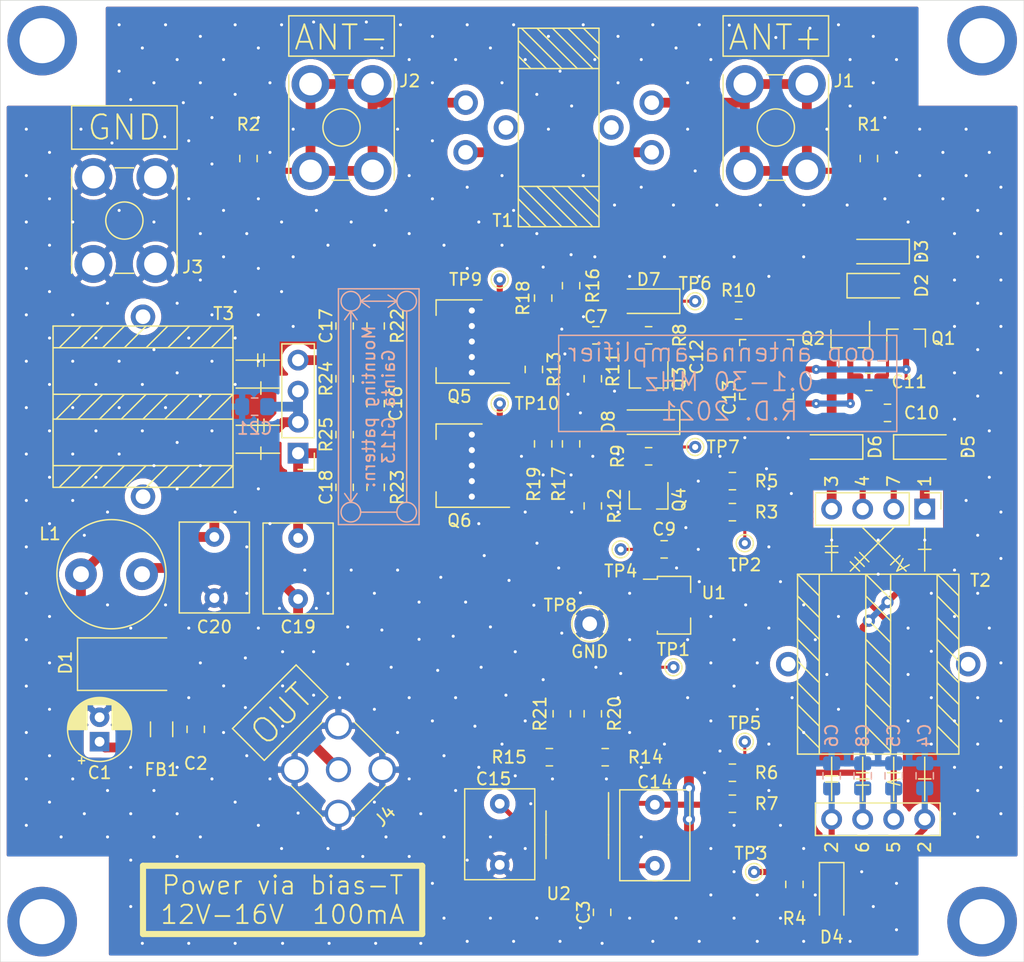
<source format=kicad_pcb>
(kicad_pcb (version 20171130) (host pcbnew 5.1.9)
  (layers (0 F.Cu signal) (31 B.Cu signal) (34 B.Paste user) (35 F.Paste user) (36 B.SilkS user) (37 F.SilkS user) (38 B.Mask user) (39 F.Mask user) (44 Edge.Cuts user))
  (net 0 "")
  (net 1 GND)
  (net 2 VCC)
  (net 3 "Net-(C4-Pad1)")
  (net 4 +10V)
  (net 5 "Net-(C8-Pad1)")
  (net 6 "Net-(C11-Pad1)")
  (net 7 "Net-(C10-Pad2)")
  (net 8 "Net-(C10-Pad1)")
  (net 9 "Net-(C11-Pad2)")
  (net 10 "Net-(C13-Pad1)")
  (net 11 "Net-(C14-Pad1)")
  (net 12 "Net-(C15-Pad1)")
  (net 13 /VFEED)
  (net 14 "Net-(D2-Pad2)")
  (net 15 "Net-(D2-Pad1)")
  (net 16 "Net-(J1-Pad1)")
  (net 17 "Net-(J2-Pad1)")
  (net 18 "Net-(Q3-Pad2)")
  (net 19 "Net-(Q4-Pad2)")
  (net 20 "Net-(U2-Pad6)")
  (net 21 "Net-(H1-Pad1)")
  (net 22 "Net-(H2-Pad1)")
  (net 23 "Net-(H3-Pad1)")
  (net 24 "Net-(H4-Pad1)")
  (net 25 "Net-(C5-Pad1)")
  (net 26 "Net-(C12-Pad2)")
  (net 27 "Net-(C14-Pad2)")
  (net 28 "Net-(C16-Pad2)")
  (net 29 "Net-(C16-Pad1)")
  (net 30 "Net-(C17-Pad1)")
  (net 31 "Net-(C19-Pad1)")
  (net 32 "Net-(R24-Pad2)")
  (net 33 "Net-(C18-Pad1)")
  (net 34 "Net-(D7-Pad2)")
  (net 35 "Net-(D8-Pad2)")
  (module local_footprints:MountingHole (layer F.Cu) (at 113.411 128.524 180)
    (fp_text reference H4 hide)
    (fp_text value MountingHole hide)
    (pad 1 thru_hole circle (at 0 0 180) (size 5.7 5.7) (drill 3.7) (layers *.Cu *.Mask) (net 24 "Net-(H4-Pad1)"))
  )
  (module local_footprints:MountingHole (layer F.Cu) (at 36.449 128.524 90)
    (fp_text reference H3 hide)
    (fp_text value MountingHole hide)
    (pad 1 thru_hole circle (at 0 0 90) (size 5.7 5.7) (drill 3.7) (layers *.Cu *.Mask) (net 23 "Net-(H3-Pad1)"))
  )
  (module local_footprints:MountingHole (layer F.Cu) (at 113.411 56.388 270)
    (fp_text reference H2 hide)
    (fp_text value MountingHole hide)
    (pad 1 thru_hole circle (at 0 0 270) (size 5.7 5.7) (drill 3.7) (layers *.Cu *.Mask) (net 22 "Net-(H2-Pad1)"))
  )
  (module local_footprints:MountingHole (layer F.Cu) (at 36.449 56.388)
    (fp_text reference H1 hide)
    (fp_text value MountingHole hide)
    (pad 1 thru_hole circle (at 0 0) (size 5.7 5.7) (drill 3.7) (layers *.Cu *.Mask) (net 21 "Net-(H1-Pad1)"))
  )
  (module Diode_SMD:D_MiniMELF (layer F.Cu) (at 101.092 126.238 270)
    (fp_text reference D4 (at 3.556 0) (layer F.SilkS))
    (fp_text value BZV55-C4V7)
    (pad 2 smd rect (at 1.75 0 270) (size 1.3 1.7) (layers F.Cu F.Paste F.Mask) (net 1 GND))
    (pad 1 smd rect (at -1.75 0 270) (size 1.3 1.7) (layers F.Cu F.Paste F.Mask) (net 3 "Net-(C4-Pad1)"))
  )
  (module Resistor_SMD:R_0805_2012Metric_Pad1.15x1.40mm_HandSolder (layer F.Cu) (at 82.55 115.062)
    (fp_text reference R14 (at 3.302 0) (layer F.SilkS))
    (fp_text value 10k)
    (pad 2 smd roundrect (at 1.025 0) (size 1.15 1.4) (layers F.Cu F.Paste F.Mask) (roundrect_rratio 0.217391) (net 1 GND))
    (pad 1 smd roundrect (at -1.025 0) (size 1.15 1.4) (layers F.Cu F.Paste F.Mask) (roundrect_rratio 0.217391) (net 11 "Net-(C14-Pad1)"))
  )
  (module Diode_SMD:D_SMB_Handsoldering (layer F.Cu) (at 43.942 107.442)
    (fp_text reference D1 (at -5.588 -0.127 90) (layer F.SilkS))
    (fp_text value SMBJ16A)
    (pad 2 smd rect (at 2.7 0) (size 3.5 2.3) (layers F.Cu F.Paste F.Mask) (net 1 GND))
    (pad 1 smd rect (at -2.7 0) (size 3.5 2.3) (layers F.Cu F.Paste F.Mask) (net 13 /VFEED))
  )
  (module Resistor_SMD:R_0805_2012Metric_Pad1.15x1.40mm_HandSolder (layer F.Cu) (at 79.756 89.408 90)
    (fp_text reference R17 (at -3.302 -1.016 270) (layer F.SilkS))
    (fp_text value DNP)
    (pad 2 smd roundrect (at 1.025 0 90) (size 1.15 1.4) (layers F.Cu F.Paste F.Mask) (roundrect_rratio 0.217391) (net 35 "Net-(D8-Pad2)"))
    (pad 1 smd roundrect (at -1.025 0 90) (size 1.15 1.4) (layers F.Cu F.Paste F.Mask) (roundrect_rratio 0.217391) (net 1 GND))
  )
  (module Resistor_SMD:R_0805_2012Metric_Pad1.15x1.40mm_HandSolder (layer F.Cu) (at 79.756 76.454 90)
    (fp_text reference R16 (at 0 1.778 90) (layer F.SilkS))
    (fp_text value DNP)
    (pad 2 smd roundrect (at 1.025 0 90) (size 1.15 1.4) (layers F.Cu F.Paste F.Mask) (roundrect_rratio 0.217391) (net 1 GND))
    (pad 1 smd roundrect (at -1.025 0 90) (size 1.15 1.4) (layers F.Cu F.Paste F.Mask) (roundrect_rratio 0.217391) (net 34 "Net-(D7-Pad2)"))
  )
  (module Inductor_THT:L_Radial_D8.7mm_P5.00mm_Fastron_07HCP (layer F.Cu) (at 39.624 100.076)
    (fp_text reference L1 (at -2.54 -3.302) (layer F.SilkS))
    (fp_text value 1mH)
    (pad 2 thru_hole circle (at 5 0) (size 2.6 2.6) (drill 1.3) (layers *.Cu *.Mask) (net 31 "Net-(C19-Pad1)"))
    (pad 1 thru_hole circle (at 0 0) (size 2.6 2.6) (drill 1.3) (layers *.Cu *.Mask) (net 13 /VFEED))
  )
  (module Capacitor_THT:C_Rect_L7.2mm_W5.5mm_P5.00mm_FKS2_FKP2_MKS2_MKP2 (layer F.Cu) (at 50.546 97.028 270)
    (fp_text reference C20 (at 7.366 0 180) (layer F.SilkS))
    (fp_text value 1u)
    (pad 2 thru_hole circle (at 5 0 270) (size 1.6 1.6) (drill 0.8) (layers *.Cu *.Mask) (net 1 GND))
    (pad 1 thru_hole circle (at 0 0 270) (size 1.6 1.6) (drill 0.8) (layers *.Cu *.Mask) (net 13 /VFEED))
  )
  (module Capacitor_THT:C_Rect_L7.2mm_W5.5mm_P5.00mm_FKS2_FKP2_MKS2_MKP2 (layer F.Cu) (at 57.404 102.108 90)
    (fp_text reference C19 (at -2.286 0 180) (layer F.SilkS))
    (fp_text value 1u)
    (pad 2 thru_hole circle (at 5 0 90) (size 1.6 1.6) (drill 0.8) (layers *.Cu *.Mask) (net 33 "Net-(C18-Pad1)"))
    (pad 1 thru_hole circle (at 0 0 90) (size 1.6 1.6) (drill 0.8) (layers *.Cu *.Mask) (net 31 "Net-(C19-Pad1)"))
  )
  (module Capacitor_THT:C_Rect_L7.2mm_W5.5mm_P5.00mm_FKS2_FKP2_MKS2_MKP2 (layer F.Cu) (at 73.914 118.872 270)
    (fp_text reference C15 (at -2.032 0.508) (layer F.SilkS))
    (fp_text value 1u)
    (pad 2 thru_hole circle (at 5 0 270) (size 1.6 1.6) (drill 0.8) (layers *.Cu *.Mask) (net 1 GND))
    (pad 1 thru_hole circle (at 0 0 270) (size 1.6 1.6) (drill 0.8) (layers *.Cu *.Mask) (net 12 "Net-(C15-Pad1)"))
  )
  (module Capacitor_THT:C_Rect_L7.2mm_W5.5mm_P5.00mm_FKS2_FKP2_MKS2_MKP2 (layer F.Cu) (at 86.614 123.952 90)
    (fp_text reference C14 (at 6.858 0 180) (layer F.SilkS))
    (fp_text value 1u)
    (pad 2 thru_hole circle (at 5 0 90) (size 1.6 1.6) (drill 0.8) (layers *.Cu *.Mask) (net 27 "Net-(C14-Pad2)"))
    (pad 1 thru_hole circle (at 0 0 90) (size 1.6 1.6) (drill 0.8) (layers *.Cu *.Mask) (net 11 "Net-(C14-Pad1)"))
  )
  (module Resistor_SMD:R_0805_2012Metric_Pad1.15x1.40mm_HandSolder (layer F.Cu) (at 63.754 92.964 90)
    (fp_text reference R23 (at 0 1.778 90) (layer F.SilkS))
    (fp_text value 10)
    (pad 2 smd roundrect (at 1.025 0 90) (size 1.15 1.4) (layers F.Cu F.Paste F.Mask) (roundrect_rratio 0.217391) (net 33 "Net-(C18-Pad1)"))
    (pad 1 smd roundrect (at -1.025 0 90) (size 1.15 1.4) (layers F.Cu F.Paste F.Mask) (roundrect_rratio 0.217391) (net 28 "Net-(C16-Pad2)"))
  )
  (module Resistor_SMD:R_0805_2012Metric_Pad1.15x1.40mm_HandSolder (layer F.Cu) (at 63.754 79.756 270)
    (fp_text reference R22 (at 0 -1.778 90) (layer F.SilkS))
    (fp_text value 10)
    (pad 2 smd roundrect (at 1.025 0 270) (size 1.15 1.4) (layers F.Cu F.Paste F.Mask) (roundrect_rratio 0.217391) (net 30 "Net-(C17-Pad1)"))
    (pad 1 smd roundrect (at -1.025 0 270) (size 1.15 1.4) (layers F.Cu F.Paste F.Mask) (roundrect_rratio 0.217391) (net 29 "Net-(C16-Pad1)"))
  )
  (module Resistor_SMD:R_0805_2012Metric_Pad1.15x1.40mm_HandSolder (layer F.Cu) (at 77.978 115.062 180)
    (fp_text reference R15 (at 3.302 0 180) (layer F.SilkS))
    (fp_text value 10k)
    (pad 2 smd roundrect (at 1.025 0 180) (size 1.15 1.4) (layers F.Cu F.Paste F.Mask) (roundrect_rratio 0.217391) (net 1 GND))
    (pad 1 smd roundrect (at -1.025 0 180) (size 1.15 1.4) (layers F.Cu F.Paste F.Mask) (roundrect_rratio 0.217391) (net 12 "Net-(C15-Pad1)"))
  )
  (module Capacitor_SMD:C_0805_2012Metric_Pad1.15x1.40mm_HandSolder (layer F.Cu) (at 61.214 92.964 270)
    (fp_text reference C18 (at 0 1.524 90) (layer F.SilkS))
    (fp_text value 100n)
    (pad 2 smd roundrect (at 1.025 0 270) (size 1.15 1.4) (layers F.Cu F.Paste F.Mask) (roundrect_rratio 0.217391) (net 28 "Net-(C16-Pad2)"))
    (pad 1 smd roundrect (at -1.025 0 270) (size 1.15 1.4) (layers F.Cu F.Paste F.Mask) (roundrect_rratio 0.217391) (net 33 "Net-(C18-Pad1)"))
  )
  (module Capacitor_SMD:C_0805_2012Metric_Pad1.15x1.40mm_HandSolder (layer F.Cu) (at 61.214 79.756 90)
    (fp_text reference C17 (at 0 -1.524 90) (layer F.SilkS))
    (fp_text value 100n)
    (pad 2 smd roundrect (at 1.025 0 90) (size 1.15 1.4) (layers F.Cu F.Paste F.Mask) (roundrect_rratio 0.217391) (net 29 "Net-(C16-Pad1)"))
    (pad 1 smd roundrect (at -1.025 0 90) (size 1.15 1.4) (layers F.Cu F.Paste F.Mask) (roundrect_rratio 0.217391) (net 30 "Net-(C17-Pad1)"))
  )
  (module local_footprints:BN_43_202_Trafo1P1S (layer F.Cu) (at 44.704 86.36 180)
    (fp_text reference T3 (at -6.604 7.62) (layer F.SilkS))
    (fp_text value "Output balun")
    (pad ~ thru_hole circle (at 0 -7.366 180) (size 2 2) (drill 1.2) (layers *.Cu *.Mask))
    (pad ~ thru_hole circle (at 0 7.366 180) (size 2 2) (drill 1.2) (layers *.Cu *.Mask))
    (pad 2 thru_hole oval (at -12.7 -1.27 180) (size 1.7 1.7) (drill 1) (layers *.Cu *.Mask) (net 13 /VFEED))
    (pad 1 thru_hole rect (at -12.7 -3.81 180) (size 1.7 1.7) (drill 1) (layers *.Cu *.Mask) (net 33 "Net-(C18-Pad1)"))
    (pad 3 thru_hole oval (at -12.7 3.81 180) (size 1.7 1.7) (drill 1) (layers *.Cu *.Mask) (net 30 "Net-(C17-Pad1)"))
    (pad 4 thru_hole oval (at -12.7 1.27 180) (size 1.7 1.7) (drill 1) (layers *.Cu *.Mask) (net 13 /VFEED))
  )
  (module Capacitor_SMD:C_0805_2012Metric_Pad1.15x1.40mm_HandSolder (layer F.Cu) (at 82.296 127.762 270)
    (fp_text reference C3 (at 0 1.524 90) (layer F.SilkS))
    (fp_text value 100n)
    (pad 2 smd roundrect (at 1.025 0 270) (size 1.15 1.4) (layers F.Cu F.Paste F.Mask) (roundrect_rratio 0.217391) (net 1 GND))
    (pad 1 smd roundrect (at -1.025 0 270) (size 1.15 1.4) (layers F.Cu F.Paste F.Mask) (roundrect_rratio 0.217391) (net 2 VCC))
  )
  (module Diode_SMD:D_MiniMELF (layer F.Cu) (at 86.106 87.63 180)
    (fp_text reference D8 (at 3.302 0 90) (layer F.SilkS))
    (fp_text value LL4148)
    (pad 2 smd rect (at 1.75 0 180) (size 1.3 1.7) (layers F.Cu F.Paste F.Mask) (net 35 "Net-(D8-Pad2)"))
    (pad 1 smd rect (at -1.75 0 180) (size 1.3 1.7) (layers F.Cu F.Paste F.Mask) (net 6 "Net-(C11-Pad1)"))
  )
  (module Resistor_SMD:R_0805_2012Metric_Pad1.15x1.40mm_HandSolder (layer F.Cu) (at 92.964 94.996 180)
    (fp_text reference R3 (at -2.794 0) (layer F.SilkS))
    (fp_text value 3.3k)
    (pad 2 smd roundrect (at 1.025 0 180) (size 1.15 1.4) (layers F.Cu F.Paste F.Mask) (roundrect_rratio 0.217391) (net 4 +10V))
    (pad 1 smd roundrect (at -1.025 0 180) (size 1.15 1.4) (layers F.Cu F.Paste F.Mask) (roundrect_rratio 0.217391) (net 25 "Net-(C5-Pad1)"))
  )
  (module Diode_SMD:D_MiniMELF (layer F.Cu) (at 86.106 77.724 180)
    (fp_text reference D7 (at 0 1.778) (layer F.SilkS))
    (fp_text value LL4148)
    (pad 2 smd rect (at 1.75 0 180) (size 1.3 1.7) (layers F.Cu F.Paste F.Mask) (net 34 "Net-(D7-Pad2)"))
    (pad 1 smd rect (at -1.75 0 180) (size 1.3 1.7) (layers F.Cu F.Paste F.Mask) (net 7 "Net-(C10-Pad2)"))
  )
  (module Capacitor_SMD:C_0805_2012Metric_Pad1.15x1.40mm_HandSolder (layer F.Cu) (at 81.788 80.518 180)
    (fp_text reference C7 (at 0 1.524) (layer F.SilkS))
    (fp_text value 100n)
    (pad 2 smd roundrect (at 1.025 0 180) (size 1.15 1.4) (layers F.Cu F.Paste F.Mask) (roundrect_rratio 0.217391) (net 1 GND))
    (pad 1 smd roundrect (at -1.025 0 180) (size 1.15 1.4) (layers F.Cu F.Paste F.Mask) (roundrect_rratio 0.217391) (net 4 +10V))
  )
  (module Package_TO_SOT_SMD:SOT-23 (layer F.Cu) (at 86.106 93.98 270)
    (fp_text reference Q4 (at 0 -2.5 90) (layer F.SilkS))
    (fp_text value MMBT3904)
    (pad 3 smd rect (at 1 0 270) (size 0.9 0.8) (layers F.Cu F.Paste F.Mask) (net 4 +10V))
    (pad 2 smd rect (at -1 0.95 270) (size 0.9 0.8) (layers F.Cu F.Paste F.Mask) (net 19 "Net-(Q4-Pad2)"))
    (pad 1 smd rect (at -1 -0.95 270) (size 0.9 0.8) (layers F.Cu F.Paste F.Mask) (net 6 "Net-(C11-Pad1)"))
  )
  (module Package_TO_SOT_SMD:SOT-23 (layer F.Cu) (at 86.106 84.074 270)
    (fp_text reference Q3 (at 0 -2.5 90) (layer F.SilkS))
    (fp_text value MMBT3904)
    (pad 3 smd rect (at 1 0 270) (size 0.9 0.8) (layers F.Cu F.Paste F.Mask) (net 4 +10V))
    (pad 2 smd rect (at -1 0.95 270) (size 0.9 0.8) (layers F.Cu F.Paste F.Mask) (net 18 "Net-(Q3-Pad2)"))
    (pad 1 smd rect (at -1 -0.95 270) (size 0.9 0.8) (layers F.Cu F.Paste F.Mask) (net 7 "Net-(C10-Pad2)"))
  )
  (module Resistor_SMD:R_0805_2012Metric_Pad1.15x1.40mm_HandSolder (layer F.Cu) (at 86.106 80.518 180)
    (fp_text reference R8 (at -2.54 0 90) (layer F.SilkS))
    (fp_text value 470)
    (pad 2 smd roundrect (at 1.025 0 180) (size 1.15 1.4) (layers F.Cu F.Paste F.Mask) (roundrect_rratio 0.217391) (net 4 +10V))
    (pad 1 smd roundrect (at -1.025 0 180) (size 1.15 1.4) (layers F.Cu F.Paste F.Mask) (roundrect_rratio 0.217391) (net 7 "Net-(C10-Pad2)"))
  )
  (module Resistor_SMD:R_0805_2012Metric_Pad1.15x1.40mm_HandSolder (layer F.Cu) (at 86.106 90.424)
    (fp_text reference R9 (at -2.54 0 90) (layer F.SilkS))
    (fp_text value 470)
    (pad 2 smd roundrect (at 1.025 0) (size 1.15 1.4) (layers F.Cu F.Paste F.Mask) (roundrect_rratio 0.217391) (net 6 "Net-(C11-Pad1)"))
    (pad 1 smd roundrect (at -1.025 0) (size 1.15 1.4) (layers F.Cu F.Paste F.Mask) (roundrect_rratio 0.217391) (net 4 +10V))
  )
  (module local_footprints:BN_43_202_Trafo1SP2S (layer F.Cu) (at 104.902 107.442 270)
    (fp_text reference T2 (at -6.858 -8.382 180) (layer F.SilkS))
    (fp_text value "Normalization trafo")
    (fp_text user 2 (at 14.986 3.81 90) (layer F.SilkS))
    (fp_text user 6 (at 14.986 1.27 90) (layer F.SilkS))
    (fp_text user 5 (at 14.986 -1.27 90) (layer F.SilkS))
    (fp_text user 2 (at 14.986 -3.81 90) (layer F.SilkS))
    (fp_text user 3 (at -14.986 3.81 90) (layer F.SilkS))
    (fp_text user 4 (at -14.986 1.27 90) (layer F.SilkS))
    (fp_text user 7 (at -14.986 -1.27 90) (layer F.SilkS))
    (fp_text user 1 (at -14.986 -3.81 90) (layer F.SilkS))
    (pad 2 thru_hole oval (at 12.7 3.81 270) (size 1.7 1.7) (drill 1) (layers *.Cu *.Mask) (net 3 "Net-(C4-Pad1)"))
    (pad 3 thru_hole oval (at -12.7 3.81 270) (size 1.7 1.7) (drill 1) (layers *.Cu *.Mask) (net 15 "Net-(D2-Pad1)"))
    (pad 1 thru_hole rect (at -12.7 -3.81 270) (size 1.7 1.7) (drill 1) (layers *.Cu *.Mask) (net 14 "Net-(D2-Pad2)"))
    (pad 2 thru_hole oval (at 12.7 -3.81 270) (size 1.7 1.7) (drill 1) (layers *.Cu *.Mask) (net 3 "Net-(C4-Pad1)"))
    (pad 5 thru_hole oval (at 12.7 -1.27 270) (size 1.7 1.7) (drill 1) (layers *.Cu *.Mask) (net 25 "Net-(C5-Pad1)"))
    (pad 7 thru_hole circle (at -12.7 -1.27 270) (size 1.7 1.7) (drill 1) (layers *.Cu *.Mask) (net 9 "Net-(C11-Pad2)"))
    (pad 6 thru_hole oval (at 12.7 1.27 270) (size 1.7 1.7) (drill 1) (layers *.Cu *.Mask) (net 5 "Net-(C8-Pad1)"))
    (pad 4 thru_hole oval (at -12.7 1.27 270) (size 1.7 1.7) (drill 1) (layers *.Cu *.Mask) (net 8 "Net-(C10-Pad1)"))
    (pad ~ thru_hole circle (at 0 7.366 270) (size 2 2) (drill 1.2) (layers *.Cu *.Mask))
    (pad ~ thru_hole circle (at 0 -7.366 270) (size 2 2) (drill 1.2) (layers *.Cu *.Mask))
  )
  (module Package_TO_SOT_SMD:SOT-23 (layer F.Cu) (at 107.188 80.772 90)
    (fp_text reference Q1 (at 0 3.048 180) (layer F.SilkS))
    (fp_text value MMBT3904)
    (pad 3 smd rect (at 1 0 90) (size 0.9 0.8) (layers F.Cu F.Paste F.Mask) (net 7 "Net-(C10-Pad2)"))
    (pad 2 smd rect (at -1 0.95 90) (size 0.9 0.8) (layers F.Cu F.Paste F.Mask) (net 14 "Net-(D2-Pad2)"))
    (pad 1 smd rect (at -1 -0.95 90) (size 0.9 0.8) (layers F.Cu F.Paste F.Mask) (net 9 "Net-(C11-Pad2)"))
  )
  (module Package_SO:SO-8_3.9x4.9mm_P1.27mm (layer F.Cu) (at 80.264 121.412 270)
    (fp_text reference U2 (at 4.826 1.524 180) (layer F.SilkS))
    (fp_text value TL072)
    (pad 8 smd roundrect (at 2.575 -1.905 270) (size 1.75 0.6) (layers F.Cu F.Paste F.Mask) (net 2 VCC))
    (pad 7 smd roundrect (at 2.575 -0.635 270) (size 1.75 0.6) (layers F.Cu F.Paste F.Mask) (net 20 "Net-(U2-Pad6)"))
    (pad 6 smd roundrect (at 2.575 0.635 270) (size 1.75 0.6) (layers F.Cu F.Paste F.Mask) (net 20 "Net-(U2-Pad6)"))
    (pad 5 smd roundrect (at 2.575 1.905 270) (size 1.75 0.6) (layers F.Cu F.Paste F.Mask) (net 11 "Net-(C14-Pad1)"))
    (pad 4 smd roundrect (at -2.575 1.905 270) (size 1.75 0.6) (layers F.Cu F.Paste F.Mask) (net 1 GND))
    (pad 3 smd roundrect (at -2.575 0.635 270) (size 1.75 0.6) (layers F.Cu F.Paste F.Mask) (net 12 "Net-(C15-Pad1)"))
    (pad 2 smd roundrect (at -2.575 -0.635 270) (size 1.75 0.6) (layers F.Cu F.Paste F.Mask) (net 11 "Net-(C14-Pad1)"))
    (pad 1 smd roundrect (at -2.575 -1.905 270) (size 1.75 0.6) (layers F.Cu F.Paste F.Mask) (net 27 "Net-(C14-Pad2)"))
  )
  (module Package_TO_SOT_SMD:SOT-89-3 (layer F.Cu) (at 87.884 102.616)
    (fp_text reference U1 (at 3.556 -1.016) (layer F.SilkS))
    (fp_text value L78L10)
    (pad 2 smd custom (at -1.5625 0) (size 1.475 0.9) (layers F.Cu F.Paste F.Mask) (net 1 GND) (options (clearance outline) (anchor rect)) (primitives (gr_poly (pts (xy 0.7375 -0.8665) (xy 3.8625 -0.8665) (xy 3.8625 0.8665) (xy 0.7375 0.8665)) (width 0))))
    (pad 3 smd rect (at -1.65 1.5) (size 1.3 0.9) (layers F.Cu F.Paste F.Mask) (net 2 VCC))
    (pad 1 smd rect (at -1.65 -1.5) (size 1.3 0.9) (layers F.Cu F.Paste F.Mask) (net 4 +10V))
  )
  (module TestPoint:TestPoint_THTPad_D1.0mm_Drill0.5mm (layer F.Cu) (at 73.914 75.946)
    (fp_text reference TP9 (at -2.794 0) (layer F.SilkS))
    (fp_text value TestPoint)
    (pad 1 thru_hole circle (at 0 0) (size 1 1) (drill 0.5) (layers *.Cu *.Mask) (net 34 "Net-(D7-Pad2)"))
  )
  (module TestPoint:TestPoint_THTPad_D1.0mm_Drill0.5mm (layer F.Cu) (at 73.914 86.106)
    (fp_text reference TP10 (at 3.048 0) (layer F.SilkS))
    (fp_text value TestPoint)
    (pad 1 thru_hole circle (at 0 0) (size 1 1) (drill 0.5) (layers *.Cu *.Mask) (net 35 "Net-(D8-Pad2)"))
  )
  (module TestPoint:TestPoint_THTPad_D2.5mm_Drill1.2mm (layer F.Cu) (at 81.28 104.14)
    (fp_text reference TP8 (at -2.413 -1.524) (layer F.SilkS))
    (fp_text value TestPoint)
    (pad 1 thru_hole circle (at 0 0) (size 2.5 2.5) (drill 1.2) (layers *.Cu *.Mask) (net 1 GND))
  )
  (module TestPoint:TestPoint_THTPad_D1.0mm_Drill0.5mm (layer F.Cu) (at 89.916 89.662)
    (fp_text reference TP7 (at 2.286 0) (layer F.SilkS))
    (fp_text value TestPoint)
    (pad 1 thru_hole circle (at 0 0) (size 1 1) (drill 0.5) (layers *.Cu *.Mask) (net 6 "Net-(C11-Pad1)"))
  )
  (module TestPoint:TestPoint_THTPad_D1.0mm_Drill0.5mm (layer F.Cu) (at 89.916 77.724)
    (fp_text reference TP6 (at 0 -1.448) (layer F.SilkS))
    (fp_text value TestPoint)
    (pad 1 thru_hole circle (at 0 0) (size 1 1) (drill 0.5) (layers *.Cu *.Mask) (net 7 "Net-(C10-Pad2)"))
  )
  (module TestPoint:TestPoint_THTPad_D1.0mm_Drill0.5mm (layer F.Cu) (at 93.98 113.792 270)
    (fp_text reference TP5 (at -1.524 0) (layer F.SilkS))
    (fp_text value TestPoint)
    (pad 1 thru_hole circle (at 0 0 270) (size 1 1) (drill 0.5) (layers *.Cu *.Mask) (net 5 "Net-(C8-Pad1)"))
  )
  (module TestPoint:TestPoint_THTPad_D1.0mm_Drill0.5mm (layer F.Cu) (at 94.742 124.46 270)
    (fp_text reference TP3 (at -1.524 0.254 180) (layer F.SilkS))
    (fp_text value TestPoint)
    (pad 1 thru_hole circle (at 0 0 270) (size 1 1) (drill 0.5) (layers *.Cu *.Mask) (net 3 "Net-(C4-Pad1)"))
  )
  (module TestPoint:TestPoint_THTPad_D1.0mm_Drill0.5mm (layer F.Cu) (at 83.82 98.044)
    (fp_text reference TP4 (at 0 1.778 180) (layer F.SilkS))
    (fp_text value TestPoint)
    (pad 1 thru_hole circle (at 0 0) (size 1 1) (drill 0.5) (layers *.Cu *.Mask) (net 4 +10V))
  )
  (module TestPoint:TestPoint_THTPad_D1.0mm_Drill0.5mm (layer F.Cu) (at 93.98 97.536 270)
    (fp_text reference TP2 (at 1.778 0 180) (layer F.SilkS))
    (fp_text value TestPoint)
    (pad 1 thru_hole circle (at 0 0 270) (size 1 1) (drill 0.5) (layers *.Cu *.Mask) (net 25 "Net-(C5-Pad1)"))
  )
  (module TestPoint:TestPoint_THTPad_D1.0mm_Drill0.5mm (layer F.Cu) (at 88.138 107.696)
    (fp_text reference TP1 (at 0 -1.448) (layer F.SilkS))
    (fp_text value TestPoint)
    (pad 1 thru_hole circle (at 0 0) (size 1 1) (drill 0.5) (layers *.Cu *.Mask) (net 2 VCC))
  )
  (module local_footprints:FairRite_5943004901_Standing (layer F.Cu) (at 78.74 63.5 270)
    (fp_text reference T1 (at 7.62 4.572 180) (layer F.SilkS))
    (fp_text value "Isolation trafo")
    (pad 4 thru_hole circle (at 2.032 -7.62 270) (size 2 2) (drill 1.2) (layers *.Cu *.Mask) (net 14 "Net-(D2-Pad2)"))
    (pad 3 thru_hole circle (at 2.032 7.62 270) (size 2 2) (drill 1.2) (layers *.Cu *.Mask) (net 15 "Net-(D2-Pad1)"))
    (pad 2 thru_hole circle (at -2.032 7.62 270) (size 2 2) (drill 1.2) (layers *.Cu *.Mask) (net 17 "Net-(J2-Pad1)"))
    (pad 1 thru_hole circle (at -2.032 -7.62 270) (size 2 2) (drill 1.2) (layers *.Cu *.Mask) (net 16 "Net-(J1-Pad1)"))
    (pad ~ thru_hole circle (at 0 4.318 270) (size 2 2) (drill 1.2) (layers *.Cu *.Mask))
    (pad ~ thru_hole circle (at 0 -4.318 270) (size 2 2) (drill 1.2) (layers *.Cu *.Mask))
  )
  (module Resistor_SMD:R_0805_2012Metric_Pad1.15x1.40mm_HandSolder (layer F.Cu) (at 61.214 88.646 270)
    (fp_text reference R25 (at 0 1.524 90) (layer F.SilkS))
    (fp_text value 100)
    (pad 1 smd roundrect (at -1.025 0 270) (size 1.15 1.4) (layers F.Cu F.Paste F.Mask) (roundrect_rratio 0.217391) (net 32 "Net-(R24-Pad2)"))
    (pad 2 smd roundrect (at 1.025 0 270) (size 1.15 1.4) (layers F.Cu F.Paste F.Mask) (roundrect_rratio 0.217391) (net 33 "Net-(C18-Pad1)"))
  )
  (module Resistor_SMD:R_0805_2012Metric_Pad1.15x1.40mm_HandSolder (layer F.Cu) (at 61.214 84.074 270)
    (fp_text reference R24 (at 0 1.524 90) (layer F.SilkS))
    (fp_text value 100)
    (pad 1 smd roundrect (at -1.025 0 270) (size 1.15 1.4) (layers F.Cu F.Paste F.Mask) (roundrect_rratio 0.217391) (net 30 "Net-(C17-Pad1)"))
    (pad 2 smd roundrect (at 1.025 0 270) (size 1.15 1.4) (layers F.Cu F.Paste F.Mask) (roundrect_rratio 0.217391) (net 32 "Net-(R24-Pad2)"))
  )
  (module Resistor_SMD:R_0805_2012Metric_Pad1.15x1.40mm_HandSolder (layer F.Cu) (at 77.47 77.47 90)
    (fp_text reference R18 (at 0 -1.65 90) (layer F.SilkS))
    (fp_text value 470)
    (pad 1 smd roundrect (at -1.025 0 90) (size 1.15 1.4) (layers F.Cu F.Paste F.Mask) (roundrect_rratio 0.217391) (net 34 "Net-(D7-Pad2)"))
    (pad 2 smd roundrect (at 1.025 0 90) (size 1.15 1.4) (layers F.Cu F.Paste F.Mask) (roundrect_rratio 0.217391) (net 1 GND))
  )
  (module Resistor_SMD:R_0805_2012Metric_Pad1.15x1.40mm_HandSolder (layer F.Cu) (at 77.47 89.408 90)
    (fp_text reference R19 (at -3.302 -0.762 90) (layer F.SilkS))
    (fp_text value 470)
    (pad 1 smd roundrect (at -1.025 0 90) (size 1.15 1.4) (layers F.Cu F.Paste F.Mask) (roundrect_rratio 0.217391) (net 1 GND))
    (pad 2 smd roundrect (at 1.025 0 90) (size 1.15 1.4) (layers F.Cu F.Paste F.Mask) (roundrect_rratio 0.217391) (net 35 "Net-(D8-Pad2)"))
  )
  (module Resistor_SMD:R_0805_2012Metric_Pad1.15x1.40mm_HandSolder (layer F.Cu) (at 76.708 83.312 270)
    (fp_text reference R13 (at 0 -1.65 90) (layer F.SilkS))
    (fp_text value 10)
    (pad 1 smd roundrect (at -1.025 0 270) (size 1.15 1.4) (layers F.Cu F.Paste F.Mask) (roundrect_rratio 0.217391) (net 34 "Net-(D7-Pad2)"))
    (pad 2 smd roundrect (at 1.025 0 270) (size 1.15 1.4) (layers F.Cu F.Paste F.Mask) (roundrect_rratio 0.217391) (net 35 "Net-(D8-Pad2)"))
  )
  (module Resistor_SMD:R_0805_2012Metric_Pad1.15x1.40mm_HandSolder (layer F.Cu) (at 78.994 111.506 270)
    (fp_text reference R21 (at 0 1.778 90) (layer F.SilkS))
    (fp_text value 10k)
    (pad 2 smd roundrect (at 1.025 0 270) (size 1.15 1.4) (layers F.Cu F.Paste F.Mask) (roundrect_rratio 0.217391) (net 12 "Net-(C15-Pad1)"))
    (pad 1 smd roundrect (at -1.025 0 270) (size 1.15 1.4) (layers F.Cu F.Paste F.Mask) (roundrect_rratio 0.217391) (net 28 "Net-(C16-Pad2)"))
  )
  (module Resistor_SMD:R_0805_2012Metric_Pad1.15x1.40mm_HandSolder (layer F.Cu) (at 81.534 111.506 270)
    (fp_text reference R20 (at 0 -1.778 270) (layer F.SilkS))
    (fp_text value 10k)
    (pad 2 smd roundrect (at 1.025 0 270) (size 1.15 1.4) (layers F.Cu F.Paste F.Mask) (roundrect_rratio 0.217391) (net 11 "Net-(C14-Pad1)"))
    (pad 1 smd roundrect (at -1.025 0 270) (size 1.15 1.4) (layers F.Cu F.Paste F.Mask) (roundrect_rratio 0.217391) (net 29 "Net-(C16-Pad1)"))
  )
  (module Resistor_SMD:R_0805_2012Metric_Pad1.15x1.40mm_HandSolder (layer F.Cu) (at 81.534 94.488 90)
    (fp_text reference R12 (at 0 1.778 90) (layer F.SilkS))
    (fp_text value 1k)
    (pad 1 smd roundrect (at -1.025 0 90) (size 1.15 1.4) (layers F.Cu F.Paste F.Mask) (roundrect_rratio 0.217391) (net 1 GND))
    (pad 2 smd roundrect (at 1.025 0 90) (size 1.15 1.4) (layers F.Cu F.Paste F.Mask) (roundrect_rratio 0.217391) (net 19 "Net-(Q4-Pad2)"))
  )
  (module Resistor_SMD:R_0805_2012Metric_Pad1.15x1.40mm_HandSolder (layer F.Cu) (at 81.534 84.074 270)
    (fp_text reference R11 (at -0.762 -1.65 90) (layer F.SilkS))
    (fp_text value 1k)
    (pad 2 smd roundrect (at 1.025 0 270) (size 1.15 1.4) (layers F.Cu F.Paste F.Mask) (roundrect_rratio 0.217391) (net 1 GND))
    (pad 1 smd roundrect (at -1.025 0 270) (size 1.15 1.4) (layers F.Cu F.Paste F.Mask) (roundrect_rratio 0.217391) (net 18 "Net-(Q3-Pad2)"))
  )
  (module Resistor_SMD:R_0805_2012Metric_Pad1.15x1.40mm_HandSolder (layer F.Cu) (at 93.472 78.486)
    (fp_text reference R10 (at 0 -1.65) (layer F.SilkS))
    (fp_text value 1k)
    (pad 2 smd roundrect (at 1.025 0) (size 1.15 1.4) (layers F.Cu F.Paste F.Mask) (roundrect_rratio 0.217391) (net 10 "Net-(C13-Pad1)"))
    (pad 1 smd roundrect (at -1.025 0) (size 1.15 1.4) (layers F.Cu F.Paste F.Mask) (roundrect_rratio 0.217391) (net 26 "Net-(C12-Pad2)"))
  )
  (module Resistor_SMD:R_0805_2012Metric_Pad1.15x1.40mm_HandSolder (layer F.Cu) (at 92.964 118.872)
    (fp_text reference R7 (at 2.794 0) (layer F.SilkS))
    (fp_text value 1k)
    (pad 2 smd roundrect (at 1.025 0) (size 1.15 1.4) (layers F.Cu F.Paste F.Mask) (roundrect_rratio 0.217391) (net 5 "Net-(C8-Pad1)"))
    (pad 1 smd roundrect (at -1.025 0) (size 1.15 1.4) (layers F.Cu F.Paste F.Mask) (roundrect_rratio 0.217391) (net 27 "Net-(C14-Pad2)"))
  )
  (module Resistor_SMD:R_0805_2012Metric_Pad1.15x1.40mm_HandSolder (layer F.Cu) (at 92.964 116.332 180)
    (fp_text reference R6 (at -2.794 0) (layer F.SilkS))
    (fp_text value 1k)
    (pad 2 smd roundrect (at 1.025 0 180) (size 1.15 1.4) (layers F.Cu F.Paste F.Mask) (roundrect_rratio 0.217391) (net 1 GND))
    (pad 1 smd roundrect (at -1.025 0 180) (size 1.15 1.4) (layers F.Cu F.Paste F.Mask) (roundrect_rratio 0.217391) (net 5 "Net-(C8-Pad1)"))
  )
  (module Resistor_SMD:R_0805_2012Metric_Pad1.15x1.40mm_HandSolder (layer F.Cu) (at 92.964 92.456 180)
    (fp_text reference R5 (at -2.794 0) (layer F.SilkS))
    (fp_text value 1k)
    (pad 2 smd roundrect (at 1.025 0 180) (size 1.15 1.4) (layers F.Cu F.Paste F.Mask) (roundrect_rratio 0.217391) (net 1 GND))
    (pad 1 smd roundrect (at -1.025 0 180) (size 1.15 1.4) (layers F.Cu F.Paste F.Mask) (roundrect_rratio 0.217391) (net 25 "Net-(C5-Pad1)"))
  )
  (module Resistor_SMD:R_0805_2012Metric_Pad1.15x1.40mm_HandSolder (layer F.Cu) (at 98.044 125.476 270)
    (fp_text reference R4 (at 2.794 0 180) (layer F.SilkS))
    (fp_text value 100)
    (pad 2 smd roundrect (at 1.025 0 270) (size 1.15 1.4) (layers F.Cu F.Paste F.Mask) (roundrect_rratio 0.217391) (net 1 GND))
    (pad 1 smd roundrect (at -1.025 0 270) (size 1.15 1.4) (layers F.Cu F.Paste F.Mask) (roundrect_rratio 0.217391) (net 3 "Net-(C4-Pad1)"))
  )
  (module Resistor_SMD:R_0805_2012Metric_Pad1.15x1.40mm_HandSolder (layer F.Cu) (at 53.34 66.04 270)
    (fp_text reference R2 (at -2.794 0 180) (layer F.SilkS))
    (fp_text value 100k)
    (pad 2 smd roundrect (at 1.025 0 270) (size 1.15 1.4) (layers F.Cu F.Paste F.Mask) (roundrect_rratio 0.217391) (net 17 "Net-(J2-Pad1)"))
    (pad 1 smd roundrect (at -1.025 0 270) (size 1.15 1.4) (layers F.Cu F.Paste F.Mask) (roundrect_rratio 0.217391) (net 1 GND))
  )
  (module Resistor_SMD:R_0805_2012Metric_Pad1.15x1.40mm_HandSolder (layer F.Cu) (at 104.14 66.04 90)
    (fp_text reference R1 (at 2.794 0 180) (layer F.SilkS))
    (fp_text value 100k)
    (pad 2 smd roundrect (at 1.025 0 90) (size 1.15 1.4) (layers F.Cu F.Paste F.Mask) (roundrect_rratio 0.217391) (net 1 GND))
    (pad 1 smd roundrect (at -1.025 0 90) (size 1.15 1.4) (layers F.Cu F.Paste F.Mask) (roundrect_rratio 0.217391) (net 16 "Net-(J1-Pad1)"))
  )
  (module Package_TO_SOT_SMD:SOT-223-3_TabPin2 (layer F.Cu) (at 70.612 91.186 180)
    (fp_text reference Q6 (at 0 -4.5) (layer F.SilkS))
    (fp_text value PZT3904)
    (pad 2 smd rect (at 3.15 0 180) (size 2 3.8) (layers F.Cu F.Paste F.Mask) (net 28 "Net-(C16-Pad2)"))
    (pad "" smd rect (at -3.15 0 180) (size 2 1.5) (layers F.Cu F.Paste F.Mask))
    (pad 3 smd rect (at -3.15 2.3 180) (size 2 1.5) (layers F.Cu F.Paste F.Mask) (net 35 "Net-(D8-Pad2)"))
    (pad 1 smd rect (at -3.15 -2.3 180) (size 2 1.5) (layers F.Cu F.Paste F.Mask) (net 19 "Net-(Q4-Pad2)"))
  )
  (module Package_TO_SOT_SMD:SOT-223-3_TabPin2 (layer F.Cu) (at 70.612 81.026 180)
    (fp_text reference Q5 (at 0 -4.5) (layer F.SilkS))
    (fp_text value PZT3904)
    (pad 2 smd rect (at 3.15 0 180) (size 2 3.8) (layers F.Cu F.Paste F.Mask) (net 29 "Net-(C16-Pad1)"))
    (pad "" smd rect (at -3.15 0 180) (size 2 1.5) (layers F.Cu F.Paste F.Mask))
    (pad 3 smd rect (at -3.15 2.3 180) (size 2 1.5) (layers F.Cu F.Paste F.Mask) (net 34 "Net-(D7-Pad2)"))
    (pad 1 smd rect (at -3.15 -2.3 180) (size 2 1.5) (layers F.Cu F.Paste F.Mask) (net 18 "Net-(Q3-Pad2)"))
  )
  (module Package_TO_SOT_SMD:SOT-23 (layer F.Cu) (at 102.616 80.772 270)
    (fp_text reference Q2 (at 0 3.048 180) (layer F.SilkS))
    (fp_text value MMBT3904)
    (pad 3 smd rect (at 1 0 270) (size 0.9 0.8) (layers F.Cu F.Paste F.Mask) (net 6 "Net-(C11-Pad1)"))
    (pad 2 smd rect (at -1 0.95 270) (size 0.9 0.8) (layers F.Cu F.Paste F.Mask) (net 15 "Net-(D2-Pad1)"))
    (pad 1 smd rect (at -1 -0.95 270) (size 0.9 0.8) (layers F.Cu F.Paste F.Mask) (net 8 "Net-(C10-Pad1)"))
  )
  (module Connector_Coaxial:SMA_Amphenol_132134_Vertical (layer F.Cu) (at 60.706 116.078 45)
    (fp_text reference J4 (at 0 5.388154 45) (layer F.SilkS))
    (fp_text value "Coax (SMA)")
    (pad 1 thru_hole circle (at 0 0 45) (size 2.05 2.05) (drill 1.5) (layers *.Cu *.Mask) (net 31 "Net-(C19-Pad1)"))
    (pad 2 thru_hole circle (at 2.54 2.54 45) (size 2.25 2.25) (drill 1.7) (layers *.Cu *.Mask) (net 1 GND))
    (pad 2 thru_hole circle (at 2.54 -2.54 45) (size 2.25 2.25) (drill 1.7) (layers *.Cu *.Mask) (net 1 GND))
    (pad 2 thru_hole circle (at -2.54 -2.54 45) (size 2.25 2.25) (drill 1.7) (layers *.Cu *.Mask) (net 1 GND))
    (pad 2 thru_hole circle (at -2.54 2.54 45) (size 2.25 2.25) (drill 1.7) (layers *.Cu *.Mask) (net 1 GND))
  )
  (module local_footprints:Keystone_7771_ScrewTerminal (layer F.Cu) (at 43.18 71.12)
    (fp_text reference J3 (at 5.588 3.81 180) (layer F.SilkS))
    (fp_text value GND)
    (pad 1 thru_hole circle (at 2.54 -3.556) (size 3.1 3.1) (drill 1.85) (layers *.Cu *.Mask) (net 1 GND))
    (pad 1 thru_hole circle (at 2.54 3.556) (size 3.1 3.1) (drill 1.85) (layers *.Cu *.Mask) (net 1 GND))
    (pad 1 thru_hole circle (at -2.54 3.556) (size 3.1 3.1) (drill 1.85) (layers *.Cu *.Mask) (net 1 GND))
    (pad 1 thru_hole circle (at -2.54 -3.556) (size 3.1 3.1) (drill 1.85) (layers *.Cu *.Mask) (net 1 GND))
  )
  (module local_footprints:Keystone_7771_ScrewTerminal (layer F.Cu) (at 60.96 63.5)
    (fp_text reference J2 (at 5.588 -3.81 180) (layer F.SilkS))
    (fp_text value ANT-)
    (pad 1 thru_hole circle (at 2.54 -3.556) (size 3.1 3.1) (drill 1.85) (layers *.Cu *.Mask) (net 17 "Net-(J2-Pad1)"))
    (pad 1 thru_hole circle (at 2.54 3.556) (size 3.1 3.1) (drill 1.85) (layers *.Cu *.Mask) (net 17 "Net-(J2-Pad1)"))
    (pad 1 thru_hole circle (at -2.54 3.556) (size 3.1 3.1) (drill 1.85) (layers *.Cu *.Mask) (net 17 "Net-(J2-Pad1)"))
    (pad 1 thru_hole circle (at -2.54 -3.556) (size 3.1 3.1) (drill 1.85) (layers *.Cu *.Mask) (net 17 "Net-(J2-Pad1)"))
  )
  (module local_footprints:Keystone_7771_ScrewTerminal (layer F.Cu) (at 96.52 63.5)
    (fp_text reference J1 (at 5.588 -3.81 180) (layer F.SilkS))
    (fp_text value ANT+)
    (pad 1 thru_hole circle (at 2.54 -3.556) (size 3.1 3.1) (drill 1.85) (layers *.Cu *.Mask) (net 16 "Net-(J1-Pad1)"))
    (pad 1 thru_hole circle (at 2.54 3.556) (size 3.1 3.1) (drill 1.85) (layers *.Cu *.Mask) (net 16 "Net-(J1-Pad1)"))
    (pad 1 thru_hole circle (at -2.54 3.556) (size 3.1 3.1) (drill 1.85) (layers *.Cu *.Mask) (net 16 "Net-(J1-Pad1)"))
    (pad 1 thru_hole circle (at -2.54 -3.556) (size 3.1 3.1) (drill 1.85) (layers *.Cu *.Mask) (net 16 "Net-(J1-Pad1)"))
  )
  (module Inductor_SMD:L_1206_3216Metric_Pad1.42x1.75mm_HandSolder (layer F.Cu) (at 46.228 112.776 90)
    (fp_text reference FB1 (at -3.302 0 180) (layer F.SilkS))
    (fp_text value Ferrite_Bead)
    (pad 2 smd roundrect (at 1.4875 0 90) (size 1.425 1.75) (layers F.Cu F.Paste F.Mask) (roundrect_rratio 0.175439) (net 13 /VFEED))
    (pad 1 smd roundrect (at -1.4875 0 90) (size 1.425 1.75) (layers F.Cu F.Paste F.Mask) (roundrect_rratio 0.175439) (net 2 VCC))
  )
  (module Diode_SMD:D_MiniMELF (layer F.Cu) (at 101.092 89.662 180)
    (fp_text reference D6 (at -3.556 0 90) (layer F.SilkS))
    (fp_text value LL4148)
    (pad 2 smd rect (at 1.75 0 180) (size 1.3 1.7) (layers F.Cu F.Paste F.Mask) (net 25 "Net-(C5-Pad1)"))
    (pad 1 smd rect (at -1.75 0 180) (size 1.3 1.7) (layers F.Cu F.Paste F.Mask) (net 8 "Net-(C10-Pad1)"))
  )
  (module Diode_SMD:D_MiniMELF (layer F.Cu) (at 108.712 89.662)
    (fp_text reference D5 (at 3.556 0 90) (layer F.SilkS))
    (fp_text value LL4148)
    (pad 2 smd rect (at 1.75 0) (size 1.3 1.7) (layers F.Cu F.Paste F.Mask) (net 5 "Net-(C8-Pad1)"))
    (pad 1 smd rect (at -1.75 0) (size 1.3 1.7) (layers F.Cu F.Paste F.Mask) (net 9 "Net-(C11-Pad2)"))
  )
  (module Diode_SMD:D_MiniMELF (layer F.Cu) (at 104.902 73.66 180)
    (fp_text reference D3 (at -3.556 0 90) (layer F.SilkS))
    (fp_text value LL4148)
    (pad 2 smd rect (at 1.75 0 180) (size 1.3 1.7) (layers F.Cu F.Paste F.Mask) (net 15 "Net-(D2-Pad1)"))
    (pad 1 smd rect (at -1.75 0 180) (size 1.3 1.7) (layers F.Cu F.Paste F.Mask) (net 14 "Net-(D2-Pad2)"))
  )
  (module Diode_SMD:D_MiniMELF (layer F.Cu) (at 104.902 76.454)
    (fp_text reference D2 (at 3.556 0 270) (layer F.SilkS))
    (fp_text value LL4148)
    (pad 2 smd rect (at 1.75 0) (size 1.3 1.7) (layers F.Cu F.Paste F.Mask) (net 14 "Net-(D2-Pad2)"))
    (pad 1 smd rect (at -1.75 0) (size 1.3 1.7) (layers F.Cu F.Paste F.Mask) (net 15 "Net-(D2-Pad1)"))
  )
  (module Capacitor_SMD:C_0805_2012Metric_Pad1.15x1.40mm_HandSolder (layer B.Cu) (at 53.848 86.36 180)
    (fp_text reference C21 (at 0 -1.778) (layer B.SilkS) (effects (justify mirror)))
    (fp_text value 100n)
    (pad 2 smd roundrect (at 1.025 0 180) (size 1.15 1.4) (layers B.Cu B.Paste B.Mask) (roundrect_rratio 0.217391) (net 1 GND))
    (pad 1 smd roundrect (at -1.025 0 180) (size 1.15 1.4) (layers B.Cu B.Paste B.Mask) (roundrect_rratio 0.217391) (net 13 /VFEED))
  )
  (module Capacitor_SMD:C_0805_2012Metric_Pad1.15x1.40mm_HandSolder (layer F.Cu) (at 63.754 86.106 270)
    (fp_text reference C16 (at 0 -1.65 90) (layer F.SilkS))
    (fp_text value DNP)
    (pad 1 smd roundrect (at -1.025 0 270) (size 1.15 1.4) (layers F.Cu F.Paste F.Mask) (roundrect_rratio 0.217391) (net 29 "Net-(C16-Pad1)"))
    (pad 2 smd roundrect (at 1.025 0 270) (size 1.15 1.4) (layers F.Cu F.Paste F.Mask) (roundrect_rratio 0.217391) (net 28 "Net-(C16-Pad2)"))
  )
  (module Capacitor_SMD:C_Trimmer_Murata_TZB4-A (layer F.Cu) (at 95.758 83.312 270)
    (fp_text reference C13 (at 2.286 3.048 270) (layer F.SilkS))
    (fp_text value 3-10p)
    (pad 2 smd rect (at 2.35 0 270) (size 2.3 1.6) (layers F.Cu F.Paste F.Mask) (net 6 "Net-(C11-Pad1)"))
    (pad 1 smd rect (at -2.35 0 270) (size 2.3 1.6) (layers F.Cu F.Paste F.Mask) (net 10 "Net-(C13-Pad1)"))
  )
  (module Capacitor_SMD:C_0805_2012Metric_Pad1.15x1.40mm_HandSolder (layer F.Cu) (at 91.694 82.287 90)
    (fp_text reference C12 (at 0 -1.65 90) (layer F.SilkS))
    (fp_text value 10p)
    (pad 2 smd roundrect (at 1.025 0 90) (size 1.15 1.4) (layers F.Cu F.Paste F.Mask) (roundrect_rratio 0.217391) (net 26 "Net-(C12-Pad2)"))
    (pad 1 smd roundrect (at -1.025 0 90) (size 1.15 1.4) (layers F.Cu F.Paste F.Mask) (roundrect_rratio 0.217391) (net 7 "Net-(C10-Pad2)"))
  )
  (module Capacitor_SMD:C_0805_2012Metric_Pad1.15x1.40mm_HandSolder (layer F.Cu) (at 104.14 84.328)
    (fp_text reference C11 (at 3.302 0 180) (layer F.SilkS))
    (fp_text value 3.3p)
    (pad 2 smd roundrect (at 1.025 0) (size 1.15 1.4) (layers F.Cu F.Paste F.Mask) (roundrect_rratio 0.217391) (net 9 "Net-(C11-Pad2)"))
    (pad 1 smd roundrect (at -1.025 0) (size 1.15 1.4) (layers F.Cu F.Paste F.Mask) (roundrect_rratio 0.217391) (net 6 "Net-(C11-Pad1)"))
  )
  (module Capacitor_SMD:C_0805_2012Metric_Pad1.15x1.40mm_HandSolder (layer F.Cu) (at 105.664 86.868)
    (fp_text reference C10 (at 2.794 0 180) (layer F.SilkS))
    (fp_text value 3.3p)
    (pad 2 smd roundrect (at 1.025 0) (size 1.15 1.4) (layers F.Cu F.Paste F.Mask) (roundrect_rratio 0.217391) (net 7 "Net-(C10-Pad2)"))
    (pad 1 smd roundrect (at -1.025 0) (size 1.15 1.4) (layers F.Cu F.Paste F.Mask) (roundrect_rratio 0.217391) (net 8 "Net-(C10-Pad1)"))
  )
  (module Capacitor_SMD:C_0805_2012Metric_Pad1.15x1.40mm_HandSolder (layer B.Cu) (at 103.632 116.586 90)
    (fp_text reference C8 (at 3.302 0 90) (layer B.SilkS) (effects (justify mirror)))
    (fp_text value 100n)
    (pad 2 smd roundrect (at 1.025 0 90) (size 1.15 1.4) (layers B.Cu B.Paste B.Mask) (roundrect_rratio 0.217391) (net 1 GND))
    (pad 1 smd roundrect (at -1.025 0 90) (size 1.15 1.4) (layers B.Cu B.Paste B.Mask) (roundrect_rratio 0.217391) (net 5 "Net-(C8-Pad1)"))
  )
  (module Capacitor_SMD:C_0805_2012Metric_Pad1.15x1.40mm_HandSolder (layer F.Cu) (at 87.376 98.044)
    (fp_text reference C9 (at 0 -1.65) (layer F.SilkS))
    (fp_text value 100n)
    (pad 2 smd roundrect (at 1.025 0) (size 1.15 1.4) (layers F.Cu F.Paste F.Mask) (roundrect_rratio 0.217391) (net 1 GND))
    (pad 1 smd roundrect (at -1.025 0) (size 1.15 1.4) (layers F.Cu F.Paste F.Mask) (roundrect_rratio 0.217391) (net 4 +10V))
  )
  (module Capacitor_SMD:C_0805_2012Metric_Pad1.15x1.40mm_HandSolder (layer B.Cu) (at 101.092 116.586 90)
    (fp_text reference C6 (at 3.302 0 90) (layer B.SilkS) (effects (justify mirror)))
    (fp_text value 1u)
    (pad 2 smd roundrect (at 1.025 0 90) (size 1.15 1.4) (layers B.Cu B.Paste B.Mask) (roundrect_rratio 0.217391) (net 1 GND))
    (pad 1 smd roundrect (at -1.025 0 90) (size 1.15 1.4) (layers B.Cu B.Paste B.Mask) (roundrect_rratio 0.217391) (net 3 "Net-(C4-Pad1)"))
  )
  (module Capacitor_SMD:C_0805_2012Metric_Pad1.15x1.40mm_HandSolder (layer B.Cu) (at 106.172 116.586 90)
    (fp_text reference C5 (at 3.302 0 90) (layer B.SilkS) (effects (justify mirror)))
    (fp_text value 100n)
    (pad 2 smd roundrect (at 1.025 0 90) (size 1.15 1.4) (layers B.Cu B.Paste B.Mask) (roundrect_rratio 0.217391) (net 1 GND))
    (pad 1 smd roundrect (at -1.025 0 90) (size 1.15 1.4) (layers B.Cu B.Paste B.Mask) (roundrect_rratio 0.217391) (net 25 "Net-(C5-Pad1)"))
  )
  (module Capacitor_SMD:C_0805_2012Metric_Pad1.15x1.40mm_HandSolder (layer B.Cu) (at 108.712 116.586 90)
    (fp_text reference C4 (at 3.302 0 90) (layer B.SilkS) (effects (justify mirror)))
    (fp_text value 100n)
    (pad 2 smd roundrect (at 1.025 0 90) (size 1.15 1.4) (layers B.Cu B.Paste B.Mask) (roundrect_rratio 0.217391) (net 1 GND))
    (pad 1 smd roundrect (at -1.025 0 90) (size 1.15 1.4) (layers B.Cu B.Paste B.Mask) (roundrect_rratio 0.217391) (net 3 "Net-(C4-Pad1)"))
  )
  (module Capacitor_SMD:C_0805_2012Metric_Pad1.15x1.40mm_HandSolder (layer F.Cu) (at 49.022 112.776 90)
    (fp_text reference C2 (at -2.794 0 180) (layer F.SilkS))
    (fp_text value 100n)
    (pad 2 smd roundrect (at 1.025 0 90) (size 1.15 1.4) (layers F.Cu F.Paste F.Mask) (roundrect_rratio 0.217391) (net 1 GND))
    (pad 1 smd roundrect (at -1.025 0 90) (size 1.15 1.4) (layers F.Cu F.Paste F.Mask) (roundrect_rratio 0.217391) (net 2 VCC))
  )
  (module Capacitor_THT:CP_Radial_D5.0mm_P2.00mm (layer F.Cu) (at 41.148 113.792 90)
    (fp_text reference C1 (at -2.54 0 180) (layer F.SilkS))
    (fp_text value "47u 25V")
    (pad 2 thru_hole circle (at 2 0 90) (size 1.6 1.6) (drill 0.8) (layers *.Cu *.Mask) (net 1 GND))
    (pad 1 thru_hole rect (at 0 0 90) (size 1.6 1.6) (drill 0.8) (layers *.Cu *.Mask) (net 2 VCC))
  )
  (gr_line (start 62.23 76.708) (end 65.278 76.708) (layer B.SilkS) (width 0.12))
  (gr_line (start 60.706 76.708) (end 62.23 76.708) (layer B.SilkS) (width 0.12))
  (gr_line (start 61.722 94.192782) (end 62.23 93.472) (layer B.SilkS) (width 0.12))
  (gr_line (start 61.722 94.192782) (end 61.214 93.472) (layer B.SilkS) (width 0.12))
  (gr_line (start 61.722 78.527218) (end 62.23 79.248) (layer B.SilkS) (width 0.12))
  (gr_line (start 61.722 78.527218) (end 61.214 79.248) (layer B.SilkS) (width 0.12))
  (gr_line (start 65.490782 77.724) (end 64.77 78.232) (layer B.SilkS) (width 0.12))
  (gr_line (start 65.490782 77.724) (end 64.77 77.216) (layer B.SilkS) (width 0.12))
  (gr_line (start 62.525218 77.724) (end 63.246 78.232) (layer B.SilkS) (width 0.12))
  (gr_line (start 62.525218 77.724) (end 63.246 77.216) (layer B.SilkS) (width 0.12))
  (gr_line (start 60.706 96.012) (end 60.706 76.708) (layer B.SilkS) (width 0.12))
  (gr_line (start 67.31 96.012) (end 60.706 96.012) (layer B.SilkS) (width 0.12))
  (gr_line (start 67.31 76.708) (end 67.31 96.012) (layer B.SilkS) (width 0.12))
  (gr_line (start 65.278 76.708) (end 67.31 76.708) (layer B.SilkS) (width 0.12))
  (gr_circle (center 66.294 77.724) (end 66.548 76.962) (layer B.SilkS) (width 0.12))
  (gr_circle (center 61.722 77.724) (end 61.976 76.962) (layer B.SilkS) (width 0.12))
  (gr_circle (center 61.722 94.996) (end 61.976 94.234) (layer B.SilkS) (width 0.12))
  (gr_circle (center 66.294 94.996) (end 66.548 94.234) (layer B.SilkS) (width 0.12))
  (gr_line (start 61.722 94.192782) (end 61.722 78.527218) (layer B.SilkS) (width 0.12))
  (gr_line (start 65.490782 94.996) (end 62.525218 94.996) (layer B.SilkS) (width 0.12))
  (gr_line (start 66.294 78.527218) (end 66.294 94.192782) (layer B.SilkS) (width 0.12))
  (gr_line (start 62.525218 77.724) (end 65.490782 77.724) (layer B.SilkS) (width 0.12))
  (gr_text "Mounting pattern:\nGainta G113" (at 64.008 86.36 90) (layer B.SilkS) (effects (font (size 1 1)) (justify mirror)))
  (gr_line (start 78.74 88.392) (end 78.74 80.518) (layer B.SilkS) (width 0.12))
  (gr_line (start 106.426 88.392) (end 78.74 88.392) (layer B.SilkS) (width 0.12))
  (gr_line (start 106.426 80.518) (end 106.426 88.392) (layer B.SilkS) (width 0.12))
  (gr_line (start 78.74 80.518) (end 106.426 80.518) (layer B.SilkS) (width 0.12))
  (gr_text "Loop antenna amplifier\n0.1-30 MHz\nR.D. 2021" (at 92.71 84.328) (layer B.SilkS) (effects (font (size 1.5 1.5)) (justify mirror)))
  (gr_line (start 65.278 57.658) (end 56.642 57.658) (layer F.SilkS) (width 0.12))
  (gr_line (start 56.642 54.356) (end 65.278 54.356) (layer F.SilkS) (width 0.12))
  (gr_text ANT- (at 60.96 56.134) (layer F.SilkS) (effects (font (size 2 2))))
  (gr_line (start 56.642 57.658) (end 56.642 54.356) (layer F.SilkS) (width 0.12))
  (gr_line (start 65.278 54.356) (end 65.278 57.658) (layer F.SilkS) (width 0.12))
  (gr_line (start 44.704 129.54) (end 44.704 123.952) (layer F.SilkS) (width 0.5))
  (gr_line (start 67.564 129.54) (end 44.704 129.54) (layer F.SilkS) (width 0.5))
  (gr_line (start 67.564 123.952) (end 67.564 129.54) (layer F.SilkS) (width 0.5))
  (gr_line (start 44.704 123.952) (end 67.564 123.952) (layer F.SilkS) (width 0.5))
  (gr_text "Power via bias-T\n12V-16V  100mA" (at 56.134 126.746) (layer F.SilkS) (effects (font (size 1.5 1.5))))
  (gr_text GND (at 81.28 106.426) (layer F.SilkS) (effects (font (size 1 1))))
  (gr_line (start 54.635528 115.321287) (end 52.031254 112.717013) (layer F.SilkS) (width 0.12))
  (gr_line (start 59.844077 110.112739) (end 54.635528 115.321287) (layer F.SilkS) (width 0.12))
  (gr_line (start 57.239803 107.508464) (end 59.844077 110.112739) (layer F.SilkS) (width 0.12))
  (gr_line (start 52.031254 112.717013) (end 57.239803 107.508464) (layer F.SilkS) (width 0.12))
  (gr_text OUT (at 56.072369 111.54958 45) (layer F.SilkS) (effects (font (size 2 2))))
  (gr_line (start 38.862 65.278) (end 38.862 61.722) (layer F.SilkS) (width 0.12))
  (gr_line (start 47.498 65.278) (end 38.862 65.278) (layer F.SilkS) (width 0.12))
  (gr_line (start 47.498 61.722) (end 47.498 65.278) (layer F.SilkS) (width 0.12))
  (gr_line (start 38.862 61.722) (end 47.498 61.722) (layer F.SilkS) (width 0.12))
  (gr_line (start 92.202 57.658) (end 92.202 54.356) (layer F.SilkS) (width 0.12))
  (gr_line (start 100.838 57.658) (end 92.202 57.658) (layer F.SilkS) (width 0.12))
  (gr_line (start 100.838 54.356) (end 100.838 57.658) (layer F.SilkS) (width 0.12))
  (gr_line (start 92.202 54.356) (end 100.838 54.356) (layer F.SilkS) (width 0.12))
  (gr_text ANT+ (at 96.52 56.134) (layer F.SilkS) (effects (font (size 2 2))))
  (gr_text GND (at 43.18 63.5) (layer F.SilkS) (effects (font (size 2 2))))
  (gr_line (start 33.02 68.58) (end 33.02 53.086) (layer Edge.Cuts) (width 0.05))
  (gr_line (start 33.02 106.68) (end 33.02 68.58) (layer Edge.Cuts) (width 0.05))
  (gr_line (start 33.02 131.826) (end 33.02 106.68) (layer Edge.Cuts) (width 0.05))
  (gr_line (start 116.84 131.826) (end 33.02 131.826) (layer Edge.Cuts) (width 0.05))
  (gr_line (start 116.84 119.126) (end 116.84 131.826) (layer Edge.Cuts) (width 0.05))
  (gr_line (start 116.84 75.184) (end 116.84 119.126) (layer Edge.Cuts) (width 0.05))
  (gr_line (start 116.84 53.086) (end 116.84 75.184) (layer Edge.Cuts) (width 0.05))
  (gr_line (start 33.02 53.086) (end 116.84 53.086) (layer Edge.Cuts) (width 0.05))
  (via (at 108.712 97.282) (size 0.75) (drill 0.25) (layers F.Cu B.Cu) (net 1))
  (via (at 104.902 97.282) (size 0.75) (drill 0.25) (layers F.Cu B.Cu) (net 1))
  (via (at 104.902 100.076) (size 0.75) (drill 0.25) (layers F.Cu B.Cu) (net 1))
  (via (at 101.092 97.282) (size 0.75) (drill 0.25) (layers F.Cu B.Cu) (net 1))
  (via (at 90.17 92.456) (size 0.75) (drill 0.25) (layers F.Cu B.Cu) (net 1))
  (via (at 91.948 90.424) (size 0.75) (drill 0.25) (layers F.Cu B.Cu) (net 1))
  (via (at 97.536 88.9) (size 0.75) (drill 0.25) (layers F.Cu B.Cu) (net 1))
  (via (at 93.98 88.9) (size 0.75) (drill 0.25) (layers F.Cu B.Cu) (net 1))
  (via (at 97.79 93.472) (size 0.75) (drill 0.25) (layers F.Cu B.Cu) (net 1))
  (via (at 95.758 91.44) (size 0.75) (drill 0.25) (layers F.Cu B.Cu) (net 1))
  (via (at 75.692 90.424) (size 0.75) (drill 0.25) (layers F.Cu B.Cu) (net 1))
  (via (at 79.756 91.948) (size 0.75) (drill 0.25) (layers F.Cu B.Cu) (net 1))
  (via (at 81.534 90.424) (size 0.75) (drill 0.25) (layers F.Cu B.Cu) (net 1))
  (via (at 77.47 91.948) (size 0.75) (drill 0.25) (layers F.Cu B.Cu) (net 1))
  (via (at 79.502 85.344) (size 0.75) (drill 0.25) (layers F.Cu B.Cu) (net 1))
  (via (at 80.518 86.868) (size 0.75) (drill 0.25) (layers F.Cu B.Cu) (net 1))
  (via (at 83.312 85.09) (size 0.75) (drill 0.25) (layers F.Cu B.Cu) (net 1))
  (via (at 78.994 80.01) (size 0.75) (drill 0.25) (layers F.Cu B.Cu) (net 1))
  (via (at 80.772 78.994) (size 0.75) (drill 0.25) (layers F.Cu B.Cu) (net 1))
  (via (at 79.248 82.042) (size 0.75) (drill 0.25) (layers F.Cu B.Cu) (net 1))
  (via (at 77.47 74.93) (size 0.75) (drill 0.25) (layers F.Cu B.Cu) (net 1))
  (via (at 79.756 73.914) (size 0.75) (drill 0.25) (layers F.Cu B.Cu) (net 1))
  (via (at 71.628 88.646) (size 1) (drill 0.5) (layers F.Cu B.Cu) (net 1))
  (via (at 71.628 89.916) (size 1) (drill 0.5) (layers F.Cu B.Cu) (net 1))
  (via (at 71.628 91.186) (size 1) (drill 0.5) (layers F.Cu B.Cu) (net 1))
  (via (at 71.628 92.456) (size 1) (drill 0.5) (layers F.Cu B.Cu) (net 1))
  (via (at 71.628 93.726) (size 1) (drill 0.5) (layers F.Cu B.Cu) (net 1))
  (via (at 71.628 78.486) (size 1) (drill 0.5) (layers F.Cu B.Cu) (net 1))
  (via (at 71.628 79.756) (size 1) (drill 0.5) (layers F.Cu B.Cu) (net 1))
  (via (at 71.628 81.026) (size 1) (drill 0.5) (layers F.Cu B.Cu) (net 1))
  (via (at 71.628 82.296) (size 1) (drill 0.5) (layers F.Cu B.Cu) (net 1))
  (via (at 71.628 83.566) (size 1) (drill 0.5) (layers F.Cu B.Cu) (net 1))
  (segment (start 71.628 88.646) (end 71.628 89.916) (width 0.8) (layer F.Cu) (net 1))
  (segment (start 71.628 89.916) (end 71.628 91.186) (width 0.8) (layer F.Cu) (net 1))
  (segment (start 71.628 91.186) (end 71.628 92.456) (width 0.8) (layer F.Cu) (net 1))
  (segment (start 71.628 92.456) (end 71.628 93.726) (width 0.8) (layer F.Cu) (net 1))
  (segment (start 71.628 78.486) (end 71.628 79.756) (width 0.8) (layer F.Cu) (net 1))
  (segment (start 71.628 79.756) (end 71.628 81.026) (width 0.8) (layer F.Cu) (net 1))
  (segment (start 71.628 81.026) (end 71.628 82.296) (width 0.8) (layer F.Cu) (net 1))
  (segment (start 71.628 82.296) (end 71.628 83.566) (width 0.8) (layer F.Cu) (net 1))
  (via (at 78.232 116.84) (size 0.75) (drill 0.25) (layers F.Cu B.Cu) (net 1))
  (via (at 35.150191 63.63919) (size 0.75) (drill 0.25) (layers F.Cu B.Cu) (net 1))
  (via (at 35.150191 67.43919) (size 0.75) (drill 0.25) (layers F.Cu B.Cu) (net 1))
  (via (at 35.150191 71.23919) (size 0.75) (drill 0.25) (layers F.Cu B.Cu) (net 1))
  (via (at 35.150191 75.03919) (size 0.75) (drill 0.25) (layers F.Cu B.Cu) (net 1))
  (via (at 35.150191 78.83919) (size 0.75) (drill 0.25) (layers F.Cu B.Cu) (net 1))
  (via (at 35.150191 82.63919) (size 0.75) (drill 0.25) (layers F.Cu B.Cu) (net 1))
  (via (at 35.150191 86.43919) (size 0.75) (drill 0.25) (layers F.Cu B.Cu) (net 1))
  (via (at 35.150191 90.23919) (size 0.75) (drill 0.25) (layers F.Cu B.Cu) (net 1))
  (via (at 35.150191 94.03919) (size 0.75) (drill 0.25) (layers F.Cu B.Cu) (net 1))
  (via (at 35.150191 97.83919) (size 0.75) (drill 0.25) (layers F.Cu B.Cu) (net 1))
  (via (at 35.150191 101.63919) (size 0.75) (drill 0.25) (layers F.Cu B.Cu) (net 1))
  (via (at 35.150191 105.43919) (size 0.75) (drill 0.25) (layers F.Cu B.Cu) (net 1))
  (via (at 35.150191 109.23919) (size 0.75) (drill 0.25) (layers F.Cu B.Cu) (net 1))
  (via (at 35.150191 113.03919) (size 0.75) (drill 0.25) (layers F.Cu B.Cu) (net 1))
  (via (at 35.150191 116.83919) (size 0.75) (drill 0.25) (layers F.Cu B.Cu) (net 1))
  (via (at 35.150191 120.63919) (size 0.75) (drill 0.25) (layers F.Cu B.Cu) (net 1))
  (via (at 37.050191 65.53919) (size 0.75) (drill 0.25) (layers F.Cu B.Cu) (net 1))
  (via (at 37.050191 69.33919) (size 0.75) (drill 0.25) (layers F.Cu B.Cu) (net 1))
  (via (at 37.050191 73.13919) (size 0.75) (drill 0.25) (layers F.Cu B.Cu) (net 1))
  (via (at 37.050191 76.93919) (size 0.75) (drill 0.25) (layers F.Cu B.Cu) (net 1))
  (via (at 37.050191 80.73919) (size 0.75) (drill 0.25) (layers F.Cu B.Cu) (net 1))
  (via (at 37.050191 84.53919) (size 0.75) (drill 0.25) (layers F.Cu B.Cu) (net 1))
  (via (at 37.050191 88.33919) (size 0.75) (drill 0.25) (layers F.Cu B.Cu) (net 1))
  (via (at 37.050191 92.13919) (size 0.75) (drill 0.25) (layers F.Cu B.Cu) (net 1))
  (via (at 37.050191 95.93919) (size 0.75) (drill 0.25) (layers F.Cu B.Cu) (net 1))
  (via (at 37.050191 103.53919) (size 0.75) (drill 0.25) (layers F.Cu B.Cu) (net 1))
  (via (at 37.050191 107.33919) (size 0.75) (drill 0.25) (layers F.Cu B.Cu) (net 1))
  (via (at 37.050191 111.13919) (size 0.75) (drill 0.25) (layers F.Cu B.Cu) (net 1))
  (via (at 37.050191 114.93919) (size 0.75) (drill 0.25) (layers F.Cu B.Cu) (net 1))
  (via (at 37.050191 118.73919) (size 0.75) (drill 0.25) (layers F.Cu B.Cu) (net 1))
  (via (at 38.000191 121.58919) (size 0.75) (drill 0.25) (layers F.Cu B.Cu) (net 1))
  (via (at 39.624 63.63919) (size 0.75) (drill 0.25) (layers F.Cu B.Cu) (net 1))
  (via (at 38.950191 71.23919) (size 0.75) (drill 0.25) (layers F.Cu B.Cu) (net 1))
  (via (at 38.950191 78.83919) (size 0.75) (drill 0.25) (layers F.Cu B.Cu) (net 1))
  (via (at 38.950191 82.63919) (size 0.75) (drill 0.25) (layers F.Cu B.Cu) (net 1))
  (via (at 38.950191 86.43919) (size 0.75) (drill 0.25) (layers F.Cu B.Cu) (net 1))
  (via (at 38.950191 90.23919) (size 0.75) (drill 0.25) (layers F.Cu B.Cu) (net 1))
  (via (at 38.950191 94.03919) (size 0.75) (drill 0.25) (layers F.Cu B.Cu) (net 1))
  (via (at 38.950191 116.83919) (size 0.75) (drill 0.25) (layers F.Cu B.Cu) (net 1))
  (via (at 39.900191 96.88919) (size 0.75) (drill 0.25) (layers F.Cu B.Cu) (net 1))
  (via (at 39.900191 119.68919) (size 0.75) (drill 0.25) (layers F.Cu B.Cu) (net 1))
  (via (at 40.850191 80.73919) (size 0.75) (drill 0.25) (layers F.Cu B.Cu) (net 1))
  (via (at 40.850191 84.53919) (size 0.75) (drill 0.25) (layers F.Cu B.Cu) (net 1))
  (via (at 40.850191 88.33919) (size 0.75) (drill 0.25) (layers F.Cu B.Cu) (net 1))
  (via (at 40.850191 92.13919) (size 0.75) (drill 0.25) (layers F.Cu B.Cu) (net 1))
  (via (at 42.164 64.77) (size 0.75) (drill 0.25) (layers F.Cu B.Cu) (net 1))
  (via (at 41.800191 77.88919) (size 0.75) (drill 0.25) (layers F.Cu B.Cu) (net 1))
  (via (at 41.800191 94.98919) (size 0.75) (drill 0.25) (layers F.Cu B.Cu) (net 1))
  (via (at 41.800191 102.58919) (size 0.75) (drill 0.25) (layers F.Cu B.Cu) (net 1))
  (via (at 41.800191 117.78919) (size 0.75) (drill 0.25) (layers F.Cu B.Cu) (net 1))
  (via (at 41.800191 121.58919) (size 0.75) (drill 0.25) (layers F.Cu B.Cu) (net 1))
  (via (at 42.750191 55.08919) (size 0.75) (drill 0.25) (layers F.Cu B.Cu) (net 1))
  (via (at 42.750191 58.88919) (size 0.75) (drill 0.25) (layers F.Cu B.Cu) (net 1))
  (via (at 42.750191 70.28919) (size 0.75) (drill 0.25) (layers F.Cu B.Cu) (net 1))
  (via (at 42.750191 82.63919) (size 0.75) (drill 0.25) (layers F.Cu B.Cu) (net 1))
  (via (at 42.750191 86.43919) (size 0.75) (drill 0.25) (layers F.Cu B.Cu) (net 1))
  (via (at 42.750191 90.23919) (size 0.75) (drill 0.25) (layers F.Cu B.Cu) (net 1))
  (via (at 43.700191 61.214) (size 0.75) (drill 0.25) (layers F.Cu B.Cu) (net 1))
  (via (at 43.700191 104.48919) (size 0.75) (drill 0.25) (layers F.Cu B.Cu) (net 1))
  (via (at 43.700191 115.88919) (size 0.75) (drill 0.25) (layers F.Cu B.Cu) (net 1))
  (via (at 43.700191 119.68919) (size 0.75) (drill 0.25) (layers F.Cu B.Cu) (net 1))
  (via (at 43.700191 123.48919) (size 0.75) (drill 0.25) (layers F.Cu B.Cu) (net 1))
  (via (at 43.700191 127.28919) (size 0.75) (drill 0.25) (layers F.Cu B.Cu) (net 1))
  (via (at 44.650191 56.98919) (size 0.75) (drill 0.25) (layers F.Cu B.Cu) (net 1))
  (via (at 44.650191 84.53919) (size 0.75) (drill 0.25) (layers F.Cu B.Cu) (net 1))
  (via (at 44.650191 88.33919) (size 0.75) (drill 0.25) (layers F.Cu B.Cu) (net 1))
  (via (at 44.650191 130.302) (size 0.75) (drill 0.25) (layers F.Cu B.Cu) (net 1))
  (via (at 45.600191 59.83919) (size 0.75) (drill 0.25) (layers F.Cu B.Cu) (net 1))
  (via (at 46.482 64.262) (size 0.75) (drill 0.25) (layers F.Cu B.Cu) (net 1))
  (via (at 45.600191 71.23919) (size 0.75) (drill 0.25) (layers F.Cu B.Cu) (net 1))
  (via (at 45.600191 81.68919) (size 0.75) (drill 0.25) (layers F.Cu B.Cu) (net 1))
  (via (at 45.600191 91.18919) (size 0.75) (drill 0.25) (layers F.Cu B.Cu) (net 1))
  (via (at 45.600191 117.78919) (size 0.75) (drill 0.25) (layers F.Cu B.Cu) (net 1))
  (via (at 45.600191 121.58919) (size 0.75) (drill 0.25) (layers F.Cu B.Cu) (net 1))
  (via (at 46.550191 55.08919) (size 0.75) (drill 0.25) (layers F.Cu B.Cu) (net 1))
  (via (at 46.550191 86.43919) (size 0.75) (drill 0.25) (layers F.Cu B.Cu) (net 1))
  (via (at 46.550191 102.58919) (size 0.75) (drill 0.25) (layers F.Cu B.Cu) (net 1))
  (via (at 47.500191 57.93919) (size 0.75) (drill 0.25) (layers F.Cu B.Cu) (net 1))
  (via (at 48.006 61.468) (size 0.75) (drill 0.25) (layers F.Cu B.Cu) (net 1))
  (via (at 47.500191 77.88919) (size 0.75) (drill 0.25) (layers F.Cu B.Cu) (net 1))
  (via (at 47.500191 83.58919) (size 0.75) (drill 0.25) (layers F.Cu B.Cu) (net 1))
  (via (at 47.500191 89.28919) (size 0.75) (drill 0.25) (layers F.Cu B.Cu) (net 1))
  (via (at 47.500191 93.08919) (size 0.75) (drill 0.25) (layers F.Cu B.Cu) (net 1))
  (via (at 47.500191 115.88919) (size 0.75) (drill 0.25) (layers F.Cu B.Cu) (net 1))
  (via (at 47.500191 119.68919) (size 0.75) (drill 0.25) (layers F.Cu B.Cu) (net 1))
  (via (at 47.500191 123.19) (size 0.75) (drill 0.25) (layers F.Cu B.Cu) (net 1))
  (via (at 48.450191 64.58919) (size 0.75) (drill 0.25) (layers F.Cu B.Cu) (net 1))
  (via (at 48.450191 69.33919) (size 0.75) (drill 0.25) (layers F.Cu B.Cu) (net 1))
  (via (at 48.450191 80.73919) (size 0.75) (drill 0.25) (layers F.Cu B.Cu) (net 1))
  (via (at 48.450191 104.48919) (size 0.75) (drill 0.25) (layers F.Cu B.Cu) (net 1))
  (via (at 48.450191 110.18919) (size 0.75) (drill 0.25) (layers F.Cu B.Cu) (net 1))
  (via (at 48.450191 130.302) (size 0.75) (drill 0.25) (layers F.Cu B.Cu) (net 1))
  (via (at 49.400191 56.03919) (size 0.75) (drill 0.25) (layers F.Cu B.Cu) (net 1))
  (via (at 49.400191 59.83919) (size 0.75) (drill 0.25) (layers F.Cu B.Cu) (net 1))
  (via (at 49.400191 72.18919) (size 0.75) (drill 0.25) (layers F.Cu B.Cu) (net 1))
  (via (at 49.400191 75.98919) (size 0.75) (drill 0.25) (layers F.Cu B.Cu) (net 1))
  (via (at 49.400191 85.48919) (size 0.75) (drill 0.25) (layers F.Cu B.Cu) (net 1))
  (via (at 49.400191 91.18919) (size 0.75) (drill 0.25) (layers F.Cu B.Cu) (net 1))
  (via (at 49.400191 107.33919) (size 0.75) (drill 0.25) (layers F.Cu B.Cu) (net 1))
  (via (at 49.400191 121.58919) (size 0.75) (drill 0.25) (layers F.Cu B.Cu) (net 1))
  (via (at 50.350191 62.68919) (size 0.75) (drill 0.25) (layers F.Cu B.Cu) (net 1))
  (via (at 50.350191 66.48919) (size 0.75) (drill 0.25) (layers F.Cu B.Cu) (net 1))
  (via (at 50.350191 78.83919) (size 0.75) (drill 0.25) (layers F.Cu B.Cu) (net 1))
  (via (at 50.350191 82.63919) (size 0.75) (drill 0.25) (layers F.Cu B.Cu) (net 1))
  (via (at 50.350191 88.33919) (size 0.75) (drill 0.25) (layers F.Cu B.Cu) (net 1))
  (via (at 50.350191 116.83919) (size 0.75) (drill 0.25) (layers F.Cu B.Cu) (net 1))
  (via (at 51.300191 57.93919) (size 0.75) (drill 0.25) (layers F.Cu B.Cu) (net 1))
  (via (at 51.300191 70.28919) (size 0.75) (drill 0.25) (layers F.Cu B.Cu) (net 1))
  (via (at 51.300191 74.08919) (size 0.75) (drill 0.25) (layers F.Cu B.Cu) (net 1))
  (via (at 53.086 106.934) (size 0.75) (drill 0.25) (layers F.Cu B.Cu) (net 1))
  (via (at 53.086 110.998) (size 0.75) (drill 0.25) (layers F.Cu B.Cu) (net 1))
  (via (at 51.300191 113.03919) (size 0.75) (drill 0.25) (layers F.Cu B.Cu) (net 1))
  (via (at 52.250191 55.08919) (size 0.75) (drill 0.25) (layers F.Cu B.Cu) (net 1))
  (via (at 52.250191 60.78919) (size 0.75) (drill 0.25) (layers F.Cu B.Cu) (net 1))
  (via (at 52.250191 76.93919) (size 0.75) (drill 0.25) (layers F.Cu B.Cu) (net 1))
  (via (at 52.250191 80.73919) (size 0.75) (drill 0.25) (layers F.Cu B.Cu) (net 1))
  (via (at 52.250191 84.53919) (size 0.75) (drill 0.25) (layers F.Cu B.Cu) (net 1))
  (via (at 52.250191 94.98919) (size 0.75) (drill 0.25) (layers F.Cu B.Cu) (net 1))
  (via (at 52.250191 118.73919) (size 0.75) (drill 0.25) (layers F.Cu B.Cu) (net 1))
  (via (at 52.250191 130.302) (size 0.75) (drill 0.25) (layers F.Cu B.Cu) (net 1))
  (via (at 53.200191 72.18919) (size 0.75) (drill 0.25) (layers F.Cu B.Cu) (net 1))
  (via (at 53.200191 97.83919) (size 0.75) (drill 0.25) (layers F.Cu B.Cu) (net 1))
  (via (at 53.200191 101.63919) (size 0.75) (drill 0.25) (layers F.Cu B.Cu) (net 1))
  (via (at 51.308 109.22) (size 0.75) (drill 0.25) (layers F.Cu B.Cu) (net 1))
  (via (at 53.200191 114.93919) (size 0.75) (drill 0.25) (layers F.Cu B.Cu) (net 1))
  (via (at 54.150191 56.98919) (size 0.75) (drill 0.25) (layers F.Cu B.Cu) (net 1))
  (via (at 54.150191 62.68919) (size 0.75) (drill 0.25) (layers F.Cu B.Cu) (net 1))
  (via (at 54.150191 69.33919) (size 0.75) (drill 0.25) (layers F.Cu B.Cu) (net 1))
  (via (at 54.150191 75.03919) (size 0.75) (drill 0.25) (layers F.Cu B.Cu) (net 1))
  (via (at 54.150191 78.83919) (size 0.75) (drill 0.25) (layers F.Cu B.Cu) (net 1))
  (via (at 54.150191 82.63919) (size 0.75) (drill 0.25) (layers F.Cu B.Cu) (net 1))
  (via (at 54.150191 93.08919) (size 0.75) (drill 0.25) (layers F.Cu B.Cu) (net 1))
  (via (at 54.150191 104.48919) (size 0.75) (drill 0.25) (layers F.Cu B.Cu) (net 1))
  (via (at 54.150191 120.63919) (size 0.75) (drill 0.25) (layers F.Cu B.Cu) (net 1))
  (via (at 55.100191 59.83919) (size 0.75) (drill 0.25) (layers F.Cu B.Cu) (net 1))
  (via (at 55.100191 65.53919) (size 0.75) (drill 0.25) (layers F.Cu B.Cu) (net 1))
  (via (at 55.100191 95.93919) (size 0.75) (drill 0.25) (layers F.Cu B.Cu) (net 1))
  (via (at 56.134 112.522) (size 0.75) (drill 0.25) (layers F.Cu B.Cu) (net 1))
  (via (at 55.100191 116.83919) (size 0.75) (drill 0.25) (layers F.Cu B.Cu) (net 1))
  (via (at 56.050191 55.08919) (size 0.75) (drill 0.25) (layers F.Cu B.Cu) (net 1))
  (via (at 56.050191 71.23919) (size 0.75) (drill 0.25) (layers F.Cu B.Cu) (net 1))
  (via (at 56.050191 76.93919) (size 0.75) (drill 0.25) (layers F.Cu B.Cu) (net 1))
  (via (at 56.134 106.426) (size 0.75) (drill 0.25) (layers F.Cu B.Cu) (net 1))
  (via (at 56.050191 122.53919) (size 0.75) (drill 0.25) (layers F.Cu B.Cu) (net 1))
  (via (at 56.134 130.302) (size 0.75) (drill 0.25) (layers F.Cu B.Cu) (net 1))
  (via (at 57.000191 63.63919) (size 0.75) (drill 0.25) (layers F.Cu B.Cu) (net 1))
  (via (at 57.000191 74.08919) (size 0.75) (drill 0.25) (layers F.Cu B.Cu) (net 1))
  (via (at 57.000191 79.78919) (size 0.75) (drill 0.25) (layers F.Cu B.Cu) (net 1))
  (via (at 57.404 119.634) (size 0.75) (drill 0.25) (layers F.Cu B.Cu) (net 1))
  (via (at 57.950191 99.73919) (size 0.75) (drill 0.25) (layers F.Cu B.Cu) (net 1))
  (via (at 58.674 54.864) (size 0.75) (drill 0.25) (layers F.Cu B.Cu) (net 1))
  (via (at 58.900191 70.28919) (size 0.75) (drill 0.25) (layers F.Cu B.Cu) (net 1))
  (via (at 58.900191 102.87) (size 0.75) (drill 0.25) (layers F.Cu B.Cu) (net 1))
  (via (at 58.674 109.982) (size 0.75) (drill 0.25) (layers F.Cu B.Cu) (net 1))
  (via (at 59.850191 73.13919) (size 0.75) (drill 0.25) (layers F.Cu B.Cu) (net 1))
  (via (at 59.850191 101.63919) (size 0.75) (drill 0.25) (layers F.Cu B.Cu) (net 1))
  (via (at 59.850191 122.53919) (size 0.75) (drill 0.25) (layers F.Cu B.Cu) (net 1))
  (via (at 59.944 130.302) (size 0.75) (drill 0.25) (layers F.Cu B.Cu) (net 1))
  (via (at 58.674 106.426) (size 0.75) (drill 0.25) (layers F.Cu B.Cu) (net 1))
  (via (at 60.800191 110.18919) (size 0.75) (drill 0.25) (layers F.Cu B.Cu) (net 1))
  (via (at 62.992 54.864) (size 0.75) (drill 0.25) (layers F.Cu B.Cu) (net 1))
  (via (at 61.750191 71.23919) (size 0.75) (drill 0.25) (layers F.Cu B.Cu) (net 1))
  (via (at 61.750191 99.73919) (size 0.75) (drill 0.25) (layers F.Cu B.Cu) (net 1))
  (via (at 61.468 104.394) (size 0.75) (drill 0.25) (layers F.Cu B.Cu) (net 1))
  (via (at 61.468 107.442) (size 0.75) (drill 0.25) (layers F.Cu B.Cu) (net 1))
  (via (at 62.700191 123.19) (size 0.75) (drill 0.25) (layers F.Cu B.Cu) (net 1))
  (via (at 64.262 56.98919) (size 0.75) (drill 0.25) (layers F.Cu B.Cu) (net 1))
  (via (at 63.650191 73.13919) (size 0.75) (drill 0.25) (layers F.Cu B.Cu) (net 1))
  (via (at 63.650191 101.63919) (size 0.75) (drill 0.25) (layers F.Cu B.Cu) (net 1))
  (via (at 64.262 104.648) (size 0.75) (drill 0.25) (layers F.Cu B.Cu) (net 1))
  (via (at 63.650191 111.13919) (size 0.75) (drill 0.25) (layers F.Cu B.Cu) (net 1))
  (via (at 63.650191 118.73919) (size 0.75) (drill 0.25) (layers F.Cu B.Cu) (net 1))
  (via (at 63.754 130.302) (size 0.75) (drill 0.25) (layers F.Cu B.Cu) (net 1))
  (via (at 64.600191 70.28919) (size 0.75) (drill 0.25) (layers F.Cu B.Cu) (net 1))
  (via (at 64.600191 121.58919) (size 0.75) (drill 0.25) (layers F.Cu B.Cu) (net 1))
  (via (at 65.786 55.08919) (size 0.75) (drill 0.25) (layers F.Cu B.Cu) (net 1))
  (via (at 65.550191 63.63919) (size 0.75) (drill 0.25) (layers F.Cu B.Cu) (net 1))
  (via (at 65.550191 99.73919) (size 0.75) (drill 0.25) (layers F.Cu B.Cu) (net 1))
  (via (at 67.31 102.362) (size 0.75) (drill 0.25) (layers F.Cu B.Cu) (net 1))
  (via (at 65.024 107.696) (size 0.75) (drill 0.25) (layers F.Cu B.Cu) (net 1))
  (via (at 65.550191 113.03919) (size 0.75) (drill 0.25) (layers F.Cu B.Cu) (net 1))
  (via (at 66.500191 57.93919) (size 0.75) (drill 0.25) (layers F.Cu B.Cu) (net 1))
  (via (at 66.500191 67.43919) (size 0.75) (drill 0.25) (layers F.Cu B.Cu) (net 1))
  (via (at 66.500191 72.18919) (size 0.75) (drill 0.25) (layers F.Cu B.Cu) (net 1))
  (via (at 66.500191 110.18919) (size 0.75) (drill 0.25) (layers F.Cu B.Cu) (net 1))
  (via (at 66.500191 116.83919) (size 0.75) (drill 0.25) (layers F.Cu B.Cu) (net 1))
  (via (at 66.500191 123.19) (size 0.75) (drill 0.25) (layers F.Cu B.Cu) (net 1))
  (via (at 69.088 100.33) (size 0.75) (drill 0.25) (layers F.Cu B.Cu) (net 1))
  (via (at 67.31 105.41) (size 0.75) (drill 0.25) (layers F.Cu B.Cu) (net 1))
  (via (at 67.450191 119.68919) (size 0.75) (drill 0.25) (layers F.Cu B.Cu) (net 1))
  (via (at 67.450191 130.302) (size 0.75) (drill 0.25) (layers F.Cu B.Cu) (net 1))
  (via (at 68.400191 56.03919) (size 0.75) (drill 0.25) (layers F.Cu B.Cu) (net 1))
  (via (at 68.400191 59.83919) (size 0.75) (drill 0.25) (layers F.Cu B.Cu) (net 1))
  (via (at 68.400191 64.58919) (size 0.75) (drill 0.25) (layers F.Cu B.Cu) (net 1))
  (via (at 68.400191 69.33919) (size 0.75) (drill 0.25) (layers F.Cu B.Cu) (net 1))
  (via (at 68.834 107.95) (size 0.75) (drill 0.25) (layers F.Cu B.Cu) (net 1))
  (via (at 68.400191 112.08919) (size 0.75) (drill 0.25) (layers F.Cu B.Cu) (net 1))
  (via (at 68.400191 125.38919) (size 0.75) (drill 0.25) (layers F.Cu B.Cu) (net 1))
  (via (at 69.350191 73.13919) (size 0.75) (drill 0.25) (layers F.Cu B.Cu) (net 1))
  (via (at 71.12 102.362) (size 0.75) (drill 0.25) (layers F.Cu B.Cu) (net 1))
  (via (at 69.350191 114.93919) (size 0.75) (drill 0.25) (layers F.Cu B.Cu) (net 1))
  (via (at 69.350191 121.58919) (size 0.75) (drill 0.25) (layers F.Cu B.Cu) (net 1))
  (via (at 69.350191 128.23919) (size 0.75) (drill 0.25) (layers F.Cu B.Cu) (net 1))
  (via (at 70.300191 57.93919) (size 0.75) (drill 0.25) (layers F.Cu B.Cu) (net 1))
  (via (at 70.104 105.156) (size 0.75) (drill 0.25) (layers F.Cu B.Cu) (net 1))
  (via (at 70.300191 110.18919) (size 0.75) (drill 0.25) (layers F.Cu B.Cu) (net 1))
  (via (at 70.300191 117.78919) (size 0.75) (drill 0.25) (layers F.Cu B.Cu) (net 1))
  (via (at 71.250191 55.08919) (size 0.75) (drill 0.25) (layers F.Cu B.Cu) (net 1))
  (via (at 71.250191 68.38919) (size 0.75) (drill 0.25) (layers F.Cu B.Cu) (net 1))
  (via (at 71.250191 75.03919) (size 0.75) (drill 0.25) (layers F.Cu B.Cu) (net 1))
  (via (at 71.882 112.522) (size 0.75) (drill 0.25) (layers F.Cu B.Cu) (net 1))
  (via (at 71.250191 123.48919) (size 0.75) (drill 0.25) (layers F.Cu B.Cu) (net 1))
  (via (at 71.250191 130.13919) (size 0.75) (drill 0.25) (layers F.Cu B.Cu) (net 1))
  (via (at 72.200191 71.23919) (size 0.75) (drill 0.25) (layers F.Cu B.Cu) (net 1))
  (via (at 72.200191 95.93919) (size 0.75) (drill 0.25) (layers F.Cu B.Cu) (net 1))
  (via (at 73.152 104.394) (size 0.75) (drill 0.25) (layers F.Cu B.Cu) (net 1))
  (via (at 72.39 107.696) (size 0.75) (drill 0.25) (layers F.Cu B.Cu) (net 1))
  (via (at 72.200191 115.88919) (size 0.75) (drill 0.25) (layers F.Cu B.Cu) (net 1))
  (via (at 73.150191 56.98919) (size 0.75) (drill 0.25) (layers F.Cu B.Cu) (net 1))
  (via (at 74.422 109.982) (size 0.75) (drill 0.25) (layers F.Cu B.Cu) (net 1))
  (via (at 73.150191 121.58919) (size 0.75) (drill 0.25) (layers F.Cu B.Cu) (net 1))
  (via (at 73.150191 128.23919) (size 0.75) (drill 0.25) (layers F.Cu B.Cu) (net 1))
  (via (at 74.100191 59.83919) (size 0.75) (drill 0.25) (layers F.Cu B.Cu) (net 1))
  (via (at 74.100191 67.43919) (size 0.75) (drill 0.25) (layers F.Cu B.Cu) (net 1))
  (via (at 74.100191 73.13919) (size 0.75) (drill 0.25) (layers F.Cu B.Cu) (net 1))
  (via (at 72.644 98.552) (size 0.75) (drill 0.25) (layers F.Cu B.Cu) (net 1))
  (via (at 75.184 106.426) (size 0.75) (drill 0.25) (layers F.Cu B.Cu) (net 1))
  (via (at 74.100191 113.98919) (size 0.75) (drill 0.25) (layers F.Cu B.Cu) (net 1))
  (via (at 75.050191 55.08919) (size 0.75) (drill 0.25) (layers F.Cu B.Cu) (net 1))
  (via (at 75.050191 70.28919) (size 0.75) (drill 0.25) (layers F.Cu B.Cu) (net 1))
  (via (at 77.47 108.712) (size 0.75) (drill 0.25) (layers F.Cu B.Cu) (net 1))
  (via (at 75.050191 130.13919) (size 0.75) (drill 0.25) (layers F.Cu B.Cu) (net 1))
  (via (at 76.000191 57.93919) (size 0.75) (drill 0.25) (layers F.Cu B.Cu) (net 1))
  (via (at 76.000191 94.98919) (size 0.75) (drill 0.25) (layers F.Cu B.Cu) (net 1))
  (via (at 74.676 100.584) (size 0.75) (drill 0.25) (layers F.Cu B.Cu) (net 1))
  (via (at 76.000191 112.08919) (size 0.75) (drill 0.25) (layers F.Cu B.Cu) (net 1))
  (via (at 76.454 118.872) (size 0.75) (drill 0.25) (layers F.Cu B.Cu) (net 1))
  (via (at 76.000191 122.53919) (size 0.75) (drill 0.25) (layers F.Cu B.Cu) (net 1))
  (via (at 76.950191 60.78919) (size 0.75) (drill 0.25) (layers F.Cu B.Cu) (net 1))
  (via (at 76.950191 72.18919) (size 0.75) (drill 0.25) (layers F.Cu B.Cu) (net 1))
  (via (at 76.950191 128.23919) (size 0.75) (drill 0.25) (layers F.Cu B.Cu) (net 1))
  (via (at 77.900191 56.03919) (size 0.75) (drill 0.25) (layers F.Cu B.Cu) (net 1))
  (via (at 77.900191 63.63919) (size 0.75) (drill 0.25) (layers F.Cu B.Cu) (net 1))
  (via (at 76.962 97.536) (size 0.75) (drill 0.25) (layers F.Cu B.Cu) (net 1))
  (via (at 76.708 102.616) (size 0.75) (drill 0.25) (layers F.Cu B.Cu) (net 1))
  (via (at 78.850191 58.88919) (size 0.75) (drill 0.25) (layers F.Cu B.Cu) (net 1))
  (via (at 78.850191 130.13919) (size 0.75) (drill 0.25) (layers F.Cu B.Cu) (net 1))
  (via (at 79.800191 61.73919) (size 0.75) (drill 0.25) (layers F.Cu B.Cu) (net 1))
  (via (at 79.800191 94.98919) (size 0.75) (drill 0.25) (layers F.Cu B.Cu) (net 1))
  (via (at 78.74 99.568) (size 0.75) (drill 0.25) (layers F.Cu B.Cu) (net 1))
  (via (at 80.750191 55.08919) (size 0.75) (drill 0.25) (layers F.Cu B.Cu) (net 1))
  (via (at 80.750191 67.43919) (size 0.75) (drill 0.25) (layers F.Cu B.Cu) (net 1))
  (via (at 81.700191 57.93919) (size 0.75) (drill 0.25) (layers F.Cu B.Cu) (net 1))
  (via (at 81.700191 74.08919) (size 0.75) (drill 0.25) (layers F.Cu B.Cu) (net 1))
  (via (at 80.518 101.6) (size 0.75) (drill 0.25) (layers F.Cu B.Cu) (net 1))
  (via (at 83.312 69.85) (size 0.75) (drill 0.25) (layers F.Cu B.Cu) (net 1))
  (via (at 83.82 108.204) (size 0.75) (drill 0.25) (layers F.Cu B.Cu) (net 1))
  (via (at 82.650191 116.83919) (size 0.75) (drill 0.25) (layers F.Cu B.Cu) (net 1))
  (via (at 83.600191 56.03919) (size 0.75) (drill 0.25) (layers F.Cu B.Cu) (net 1))
  (via (at 83.600191 59.83919) (size 0.75) (drill 0.25) (layers F.Cu B.Cu) (net 1))
  (via (at 83.600191 90.23919) (size 0.75) (drill 0.25) (layers F.Cu B.Cu) (net 1))
  (via (at 83.600191 94.98919) (size 0.75) (drill 0.25) (layers F.Cu B.Cu) (net 1))
  (via (at 83.600191 110.18919) (size 0.75) (drill 0.25) (layers F.Cu B.Cu) (net 1))
  (via (at 84.550191 75.692) (size 0.75) (drill 0.25) (layers F.Cu B.Cu) (net 1))
  (via (at 84.550191 101.63919) (size 0.75) (drill 0.25) (layers F.Cu B.Cu) (net 1))
  (via (at 84.550191 105.43919) (size 0.75) (drill 0.25) (layers F.Cu B.Cu) (net 1))
  (via (at 84.550191 113.03919) (size 0.75) (drill 0.25) (layers F.Cu B.Cu) (net 1))
  (via (at 84.550191 128.23919) (size 0.75) (drill 0.25) (layers F.Cu B.Cu) (net 1))
  (via (at 85.500191 57.93919) (size 0.75) (drill 0.25) (layers F.Cu B.Cu) (net 1))
  (via (at 85.500191 68.38919) (size 0.75) (drill 0.25) (layers F.Cu B.Cu) (net 1))
  (via (at 85.500191 115.88919) (size 0.75) (drill 0.25) (layers F.Cu B.Cu) (net 1))
  (via (at 85.500191 121.58919) (size 0.75) (drill 0.25) (layers F.Cu B.Cu) (net 1))
  (via (at 86.450191 55.08919) (size 0.75) (drill 0.25) (layers F.Cu B.Cu) (net 1))
  (via (at 86.450191 130.13919) (size 0.75) (drill 0.25) (layers F.Cu B.Cu) (net 1))
  (via (at 87.400191 74.08919) (size 0.75) (drill 0.25) (layers F.Cu B.Cu) (net 1))
  (via (at 88.392 99.568) (size 0.75) (drill 0.25) (layers F.Cu B.Cu) (net 1))
  (via (at 87.400191 113.98919) (size 0.75) (drill 0.25) (layers F.Cu B.Cu) (net 1))
  (via (at 88.350191 56.98919) (size 0.75) (drill 0.25) (layers F.Cu B.Cu) (net 1))
  (via (at 88.138 69.85) (size 0.75) (drill 0.25) (layers F.Cu B.Cu) (net 1))
  (via (at 88.350191 128.23919) (size 0.75) (drill 0.25) (layers F.Cu B.Cu) (net 1))
  (via (at 89.300191 59.83919) (size 0.75) (drill 0.25) (layers F.Cu B.Cu) (net 1))
  (via (at 89.300191 63.63919) (size 0.75) (drill 0.25) (layers F.Cu B.Cu) (net 1))
  (via (at 89.300191 105.43919) (size 0.75) (drill 0.25) (layers F.Cu B.Cu) (net 1))
  (via (at 89.300191 110.18919) (size 0.75) (drill 0.25) (layers F.Cu B.Cu) (net 1))
  (via (at 90.250191 55.08919) (size 0.75) (drill 0.25) (layers F.Cu B.Cu) (net 1))
  (via (at 89.916 67.056) (size 0.75) (drill 0.25) (layers F.Cu B.Cu) (net 1))
  (via (at 90.250191 75.692) (size 0.75) (drill 0.25) (layers F.Cu B.Cu) (net 1))
  (via (at 90.17 98.044) (size 0.75) (drill 0.25) (layers F.Cu B.Cu) (net 1))
  (via (at 90.250191 100.68919) (size 0.75) (drill 0.25) (layers F.Cu B.Cu) (net 1))
  (via (at 90.250191 130.13919) (size 0.75) (drill 0.25) (layers F.Cu B.Cu) (net 1))
  (via (at 91.200191 57.93919) (size 0.75) (drill 0.25) (layers F.Cu B.Cu) (net 1))
  (via (at 91.200191 103.53919) (size 0.75) (drill 0.25) (layers F.Cu B.Cu) (net 1))
  (via (at 91.200191 107.33919) (size 0.75) (drill 0.25) (layers F.Cu B.Cu) (net 1))
  (via (at 91.200191 112.08919) (size 0.75) (drill 0.25) (layers F.Cu B.Cu) (net 1))
  (via (at 91.200191 122.53919) (size 0.75) (drill 0.25) (layers F.Cu B.Cu) (net 1))
  (via (at 91.200191 126.33919) (size 0.75) (drill 0.25) (layers F.Cu B.Cu) (net 1))
  (via (at 92.71 55.118) (size 0.75) (drill 0.25) (layers F.Cu B.Cu) (net 1))
  (via (at 93.100191 74.08919) (size 0.75) (drill 0.25) (layers F.Cu B.Cu) (net 1))
  (via (at 93.100191 99.73919) (size 0.75) (drill 0.25) (layers F.Cu B.Cu) (net 1))
  (via (at 93.100191 105.43919) (size 0.75) (drill 0.25) (layers F.Cu B.Cu) (net 1))
  (via (at 93.100191 109.23919) (size 0.75) (drill 0.25) (layers F.Cu B.Cu) (net 1))
  (via (at 93.100191 120.63919) (size 0.75) (drill 0.25) (layers F.Cu B.Cu) (net 1))
  (via (at 93.100191 124.43919) (size 0.75) (drill 0.25) (layers F.Cu B.Cu) (net 1))
  (via (at 93.100191 128.23919) (size 0.75) (drill 0.25) (layers F.Cu B.Cu) (net 1))
  (via (at 94.050191 102.58919) (size 0.75) (drill 0.25) (layers F.Cu B.Cu) (net 1))
  (via (at 95.000191 107.33919) (size 0.75) (drill 0.25) (layers F.Cu B.Cu) (net 1))
  (via (at 95.000191 111.13919) (size 0.75) (drill 0.25) (layers F.Cu B.Cu) (net 1))
  (via (at 95.000191 122.53919) (size 0.75) (drill 0.25) (layers F.Cu B.Cu) (net 1))
  (via (at 95.000191 126.33919) (size 0.75) (drill 0.25) (layers F.Cu B.Cu) (net 1))
  (via (at 95.000191 130.13919) (size 0.75) (drill 0.25) (layers F.Cu B.Cu) (net 1))
  (via (at 96.52 56.134) (size 0.75) (drill 0.25) (layers F.Cu B.Cu) (net 1))
  (via (at 95.950191 75.692) (size 0.75) (drill 0.25) (layers F.Cu B.Cu) (net 1))
  (via (at 95.950191 93.08919) (size 0.75) (drill 0.25) (layers F.Cu B.Cu) (net 1))
  (via (at 95.950191 97.83919) (size 0.75) (drill 0.25) (layers F.Cu B.Cu) (net 1))
  (via (at 95.950191 104.48919) (size 0.75) (drill 0.25) (layers F.Cu B.Cu) (net 1))
  (via (at 95.950191 113.98919) (size 0.75) (drill 0.25) (layers F.Cu B.Cu) (net 1))
  (via (at 95.950191 117.78919) (size 0.75) (drill 0.25) (layers F.Cu B.Cu) (net 1))
  (via (at 96.900191 100.68919) (size 0.75) (drill 0.25) (layers F.Cu B.Cu) (net 1))
  (via (at 96.900191 120.63919) (size 0.75) (drill 0.25) (layers F.Cu B.Cu) (net 1))
  (via (at 96.900191 128.23919) (size 0.75) (drill 0.25) (layers F.Cu B.Cu) (net 1))
  (via (at 97.850191 110.18919) (size 0.75) (drill 0.25) (layers F.Cu B.Cu) (net 1))
  (via (at 99.314 55.372) (size 0.75) (drill 0.25) (layers F.Cu B.Cu) (net 1))
  (via (at 98.800191 74.08919) (size 0.75) (drill 0.25) (layers F.Cu B.Cu) (net 1))
  (via (at 98.800191 102.58919) (size 0.75) (drill 0.25) (layers F.Cu B.Cu) (net 1))
  (via (at 98.800191 113.03919) (size 0.75) (drill 0.25) (layers F.Cu B.Cu) (net 1))
  (via (at 98.800191 122.53919) (size 0.75) (drill 0.25) (layers F.Cu B.Cu) (net 1))
  (via (at 98.800191 130.13919) (size 0.75) (drill 0.25) (layers F.Cu B.Cu) (net 1))
  (via (at 99.750191 105.43919) (size 0.75) (drill 0.25) (layers F.Cu B.Cu) (net 1))
  (via (at 99.750191 126.33919) (size 0.75) (drill 0.25) (layers F.Cu B.Cu) (net 1))
  (via (at 100.700191 63.63919) (size 0.75) (drill 0.25) (layers F.Cu B.Cu) (net 1))
  (via (at 100.700191 108.28919) (size 0.75) (drill 0.25) (layers F.Cu B.Cu) (net 1))
  (via (at 101.650191 55.08919) (size 0.75) (drill 0.25) (layers F.Cu B.Cu) (net 1))
  (via (at 102.362 69.85) (size 0.75) (drill 0.25) (layers F.Cu B.Cu) (net 1))
  (via (at 101.650191 103.53919) (size 0.75) (drill 0.25) (layers F.Cu B.Cu) (net 1))
  (via (at 101.650191 111.13919) (size 0.75) (drill 0.25) (layers F.Cu B.Cu) (net 1))
  (via (at 102.600191 57.93919) (size 0.75) (drill 0.25) (layers F.Cu B.Cu) (net 1))
  (via (at 102.600191 61.73919) (size 0.75) (drill 0.25) (layers F.Cu B.Cu) (net 1))
  (via (at 102.600191 130.13919) (size 0.75) (drill 0.25) (layers F.Cu B.Cu) (net 1))
  (via (at 103.550191 124.43919) (size 0.75) (drill 0.25) (layers F.Cu B.Cu) (net 1))
  (via (at 104.500191 56.03919) (size 0.75) (drill 0.25) (layers F.Cu B.Cu) (net 1))
  (via (at 104.500191 59.83919) (size 0.75) (drill 0.25) (layers F.Cu B.Cu) (net 1))
  (via (at 104.500191 127.28919) (size 0.75) (drill 0.25) (layers F.Cu B.Cu) (net 1))
  (via (at 105.450191 62.68919) (size 0.75) (drill 0.25) (layers F.Cu B.Cu) (net 1))
  (via (at 105.450191 69.33919) (size 0.75) (drill 0.25) (layers F.Cu B.Cu) (net 1))
  (via (at 106.400191 57.93919) (size 0.75) (drill 0.25) (layers F.Cu B.Cu) (net 1))
  (via (at 106.400191 65.53919) (size 0.75) (drill 0.25) (layers F.Cu B.Cu) (net 1))
  (via (at 106.400191 125.38919) (size 0.75) (drill 0.25) (layers F.Cu B.Cu) (net 1))
  (via (at 106.400191 129.18919) (size 0.75) (drill 0.25) (layers F.Cu B.Cu) (net 1))
  (via (at 107.350191 71.23919) (size 0.75) (drill 0.25) (layers F.Cu B.Cu) (net 1))
  (via (at 107.350191 104.48919) (size 0.75) (drill 0.25) (layers F.Cu B.Cu) (net 1))
  (via (at 107.350191 108.28919) (size 0.75) (drill 0.25) (layers F.Cu B.Cu) (net 1))
  (via (at 107.350191 112.08919) (size 0.75) (drill 0.25) (layers F.Cu B.Cu) (net 1))
  (via (at 108.300191 63.63919) (size 0.75) (drill 0.25) (layers F.Cu B.Cu) (net 1))
  (via (at 108.300191 67.43919) (size 0.75) (drill 0.25) (layers F.Cu B.Cu) (net 1))
  (via (at 108.300191 74.08919) (size 0.75) (drill 0.25) (layers F.Cu B.Cu) (net 1))
  (via (at 109.250191 101.63919) (size 0.75) (drill 0.25) (layers F.Cu B.Cu) (net 1))
  (via (at 109.250191 106.38919) (size 0.75) (drill 0.25) (layers F.Cu B.Cu) (net 1))
  (via (at 109.250191 110.18919) (size 0.75) (drill 0.25) (layers F.Cu B.Cu) (net 1))
  (via (at 109.250191 113.98919) (size 0.75) (drill 0.25) (layers F.Cu B.Cu) (net 1))
  (via (at 110.200191 65.53919) (size 0.75) (drill 0.25) (layers F.Cu B.Cu) (net 1))
  (via (at 110.200191 69.33919) (size 0.75) (drill 0.25) (layers F.Cu B.Cu) (net 1))
  (via (at 111.150191 72.18919) (size 0.75) (drill 0.25) (layers F.Cu B.Cu) (net 1))
  (via (at 111.150191 75.98919) (size 0.75) (drill 0.25) (layers F.Cu B.Cu) (net 1))
  (via (at 111.150191 79.78919) (size 0.75) (drill 0.25) (layers F.Cu B.Cu) (net 1))
  (via (at 111.150191 83.58919) (size 0.75) (drill 0.25) (layers F.Cu B.Cu) (net 1))
  (via (at 111.150191 87.38919) (size 0.75) (drill 0.25) (layers F.Cu B.Cu) (net 1))
  (via (at 111.150191 99.73919) (size 0.75) (drill 0.25) (layers F.Cu B.Cu) (net 1))
  (via (at 111.150191 103.53919) (size 0.75) (drill 0.25) (layers F.Cu B.Cu) (net 1))
  (via (at 111.150191 112.08919) (size 0.75) (drill 0.25) (layers F.Cu B.Cu) (net 1))
  (via (at 111.150191 115.88919) (size 0.75) (drill 0.25) (layers F.Cu B.Cu) (net 1))
  (via (at 111.150191 119.68919) (size 0.75) (drill 0.25) (layers F.Cu B.Cu) (net 1))
  (via (at 112.100191 63.63919) (size 0.75) (drill 0.25) (layers F.Cu B.Cu) (net 1))
  (via (at 112.100191 67.43919) (size 0.75) (drill 0.25) (layers F.Cu B.Cu) (net 1))
  (via (at 112.100191 90.23919) (size 0.75) (drill 0.25) (layers F.Cu B.Cu) (net 1))
  (via (at 112.100191 94.03919) (size 0.75) (drill 0.25) (layers F.Cu B.Cu) (net 1))
  (via (at 113.050191 70.28919) (size 0.75) (drill 0.25) (layers F.Cu B.Cu) (net 1))
  (via (at 113.050191 74.08919) (size 0.75) (drill 0.25) (layers F.Cu B.Cu) (net 1))
  (via (at 113.050191 77.88919) (size 0.75) (drill 0.25) (layers F.Cu B.Cu) (net 1))
  (via (at 113.050191 81.68919) (size 0.75) (drill 0.25) (layers F.Cu B.Cu) (net 1))
  (via (at 113.050191 85.48919) (size 0.75) (drill 0.25) (layers F.Cu B.Cu) (net 1))
  (via (at 113.050191 96.88919) (size 0.75) (drill 0.25) (layers F.Cu B.Cu) (net 1))
  (via (at 113.050191 101.63919) (size 0.75) (drill 0.25) (layers F.Cu B.Cu) (net 1))
  (via (at 113.050191 110.18919) (size 0.75) (drill 0.25) (layers F.Cu B.Cu) (net 1))
  (via (at 113.050191 113.98919) (size 0.75) (drill 0.25) (layers F.Cu B.Cu) (net 1))
  (via (at 113.050191 117.78919) (size 0.75) (drill 0.25) (layers F.Cu B.Cu) (net 1))
  (via (at 113.050191 121.58919) (size 0.75) (drill 0.25) (layers F.Cu B.Cu) (net 1))
  (via (at 114.000191 65.53919) (size 0.75) (drill 0.25) (layers F.Cu B.Cu) (net 1))
  (via (at 114.000191 88.33919) (size 0.75) (drill 0.25) (layers F.Cu B.Cu) (net 1))
  (via (at 114.000191 92.13919) (size 0.75) (drill 0.25) (layers F.Cu B.Cu) (net 1))
  (via (at 114.000191 104.48919) (size 0.75) (drill 0.25) (layers F.Cu B.Cu) (net 1))
  (via (at 114.950191 68.38919) (size 0.75) (drill 0.25) (layers F.Cu B.Cu) (net 1))
  (via (at 114.950191 72.18919) (size 0.75) (drill 0.25) (layers F.Cu B.Cu) (net 1))
  (via (at 114.950191 75.98919) (size 0.75) (drill 0.25) (layers F.Cu B.Cu) (net 1))
  (via (at 114.950191 79.78919) (size 0.75) (drill 0.25) (layers F.Cu B.Cu) (net 1))
  (via (at 114.950191 83.58919) (size 0.75) (drill 0.25) (layers F.Cu B.Cu) (net 1))
  (via (at 114.950191 94.98919) (size 0.75) (drill 0.25) (layers F.Cu B.Cu) (net 1))
  (via (at 114.950191 98.78919) (size 0.75) (drill 0.25) (layers F.Cu B.Cu) (net 1))
  (via (at 114.950191 107.33919) (size 0.75) (drill 0.25) (layers F.Cu B.Cu) (net 1))
  (via (at 114.950191 112.08919) (size 0.75) (drill 0.25) (layers F.Cu B.Cu) (net 1))
  (via (at 114.950191 115.88919) (size 0.75) (drill 0.25) (layers F.Cu B.Cu) (net 1))
  (via (at 114.950191 119.68919) (size 0.75) (drill 0.25) (layers F.Cu B.Cu) (net 1))
  (via (at 78.994 104.902) (size 0.75) (drill 0.25) (layers F.Cu B.Cu) (net 1))
  (via (at 81.788 107.696) (size 0.75) (drill 0.25) (layers F.Cu B.Cu) (net 1))
  (via (at 75.184 116.586) (size 0.75) (drill 0.25) (layers F.Cu B.Cu) (net 1))
  (via (at 89.154 96.266) (size 0.75) (drill 0.25) (layers F.Cu B.Cu) (net 1))
  (via (at 91.694 69.85) (size 0.75) (drill 0.25) (layers F.Cu B.Cu) (net 1))
  (via (at 95.25 69.85) (size 0.75) (drill 0.25) (layers F.Cu B.Cu) (net 1))
  (via (at 98.806 69.85) (size 0.75) (drill 0.25) (layers F.Cu B.Cu) (net 1))
  (via (at 55.88 102.87) (size 0.75) (drill 0.25) (layers F.Cu B.Cu) (net 1))
  (via (at 56.134 109.22) (size 0.75) (drill 0.25) (layers F.Cu B.Cu) (net 1))
  (via (at 82.296 130.302) (size 0.75) (drill 0.25) (layers F.Cu B.Cu) (net 1))
  (via (at 80.518 129.032) (size 0.75) (drill 0.25) (layers F.Cu B.Cu) (net 1))
  (via (at 91.948 114.554) (size 0.75) (drill 0.25) (layers F.Cu B.Cu) (net 1))
  (via (at 90.678 116.332) (size 0.75) (drill 0.25) (layers F.Cu B.Cu) (net 1))
  (segment (start 82.169 126.61) (end 82.296 126.737) (width 0.4) (layer F.Cu) (net 2))
  (segment (start 82.169 123.987) (end 82.169 126.61) (width 0.4) (layer F.Cu) (net 2))
  (segment (start 82.296 126.737) (end 88.909 126.737) (width 0.8) (layer F.Cu) (net 2))
  (via (at 89.408 120.142) (size 1) (drill 0.5) (layers F.Cu B.Cu) (net 2))
  (segment (start 88.909 126.737) (end 89.408 126.238) (width 0.8) (layer F.Cu) (net 2))
  (segment (start 89.408 126.238) (end 89.408 120.142) (width 0.8) (layer F.Cu) (net 2))
  (via (at 89.408 117.602) (size 1) (drill 0.5) (layers F.Cu B.Cu) (net 2))
  (segment (start 86.21 104.14) (end 86.234 104.116) (width 0.25) (layer F.Cu) (net 2))
  (segment (start 41.6195 114.2635) (end 41.148 113.792) (width 0.8) (layer F.Cu) (net 2))
  (segment (start 46.228 114.2635) (end 41.6195 114.2635) (width 0.8) (layer F.Cu) (net 2))
  (segment (start 48.5595 114.2635) (end 49.022 113.801) (width 0.8) (layer F.Cu) (net 2))
  (segment (start 46.228 114.2635) (end 48.5595 114.2635) (width 0.8) (layer F.Cu) (net 2))
  (segment (start 49.022 113.801) (end 49.022 118.364) (width 0.8) (layer F.Cu) (net 2))
  (segment (start 89.408 113.03) (end 88.646 112.268) (width 0.8) (layer F.Cu) (net 2))
  (segment (start 88.646 112.268) (end 86.234 109.856) (width 0.8) (layer F.Cu) (net 2))
  (segment (start 89.408 113.03) (end 89.408 117.602) (width 0.8) (layer F.Cu) (net 2))
  (segment (start 86.36 107.696) (end 86.234 107.57) (width 0.25) (layer F.Cu) (net 2))
  (segment (start 88.138 107.696) (end 86.36 107.696) (width 0.25) (layer F.Cu) (net 2))
  (segment (start 86.234 109.856) (end 86.234 107.57) (width 0.8) (layer F.Cu) (net 2))
  (segment (start 86.234 107.57) (end 86.234 104.116) (width 0.8) (layer F.Cu) (net 2))
  (segment (start 57.395 126.737) (end 49.022 118.364) (width 0.8) (layer F.Cu) (net 2))
  (segment (start 82.296 126.737) (end 57.395 126.737) (width 0.8) (layer F.Cu) (net 2))
  (segment (start 89.408 117.602) (end 89.408 120.142) (width 0.8) (layer B.Cu) (net 2))
  (segment (start 108.712 117.611) (end 108.712 120.142) (width 0.5) (layer B.Cu) (net 3))
  (segment (start 101.092 117.611) (end 101.092 120.142) (width 0.5) (layer B.Cu) (net 3))
  (segment (start 101.092 122.428) (end 101.092 124.488) (width 0.5) (layer F.Cu) (net 3))
  (segment (start 101.092 120.142) (end 101.092 122.428) (width 0.5) (layer F.Cu) (net 3))
  (segment (start 108.712 120.904) (end 108.712 120.142) (width 0.5) (layer F.Cu) (net 3))
  (segment (start 101.092 122.428) (end 107.188 122.428) (width 0.5) (layer F.Cu) (net 3))
  (segment (start 107.188 122.428) (end 108.712 120.904) (width 0.5) (layer F.Cu) (net 3))
  (segment (start 101.055 124.451) (end 101.092 124.488) (width 0.5) (layer F.Cu) (net 3))
  (segment (start 98.044 124.451) (end 101.055 124.451) (width 0.5) (layer F.Cu) (net 3))
  (segment (start 98.035 124.46) (end 98.044 124.451) (width 0.5) (layer F.Cu) (net 3))
  (segment (start 94.742 124.46) (end 98.035 124.46) (width 0.5) (layer F.Cu) (net 3))
  (segment (start 86.106 92.0795) (end 85.081 91.0545) (width 0.5) (layer F.Cu) (net 4))
  (segment (start 85.081 91.0545) (end 85.081 90.424) (width 0.5) (layer F.Cu) (net 4))
  (segment (start 86.106 94.98) (end 86.106 92.0795) (width 0.5) (layer F.Cu) (net 4))
  (segment (start 86.106 85.074) (end 86.106 82.363998) (width 0.5) (layer F.Cu) (net 4))
  (segment (start 85.09 80.527) (end 85.081 80.518) (width 0.5) (layer F.Cu) (net 4))
  (segment (start 85.09 81.347998) (end 85.09 80.527) (width 0.5) (layer F.Cu) (net 4))
  (segment (start 86.106 82.363998) (end 85.09 81.347998) (width 0.5) (layer F.Cu) (net 4))
  (segment (start 86.106 88.9) (end 85.081 89.925) (width 0.5) (layer F.Cu) (net 4))
  (segment (start 85.081 89.925) (end 85.081 90.424) (width 0.5) (layer F.Cu) (net 4))
  (segment (start 86.106 85.074) (end 86.106 88.9) (width 0.5) (layer F.Cu) (net 4))
  (segment (start 82.813 80.518) (end 85.081 80.518) (width 0.5) (layer F.Cu) (net 4))
  (segment (start 91.923 94.98) (end 91.939 94.996) (width 0.5) (layer F.Cu) (net 4))
  (segment (start 86.106 94.98) (end 91.923 94.98) (width 0.5) (layer F.Cu) (net 4))
  (segment (start 86.234 98.161) (end 86.351 98.044) (width 0.5) (layer F.Cu) (net 4))
  (segment (start 86.234 101.116) (end 86.234 98.161) (width 0.5) (layer F.Cu) (net 4))
  (segment (start 86.106 97.799) (end 86.351 98.044) (width 0.5) (layer F.Cu) (net 4))
  (segment (start 86.106 94.98) (end 86.106 97.799) (width 0.5) (layer F.Cu) (net 4))
  (segment (start 83.82 98.044) (end 86.351 98.044) (width 0.25) (layer F.Cu) (net 4))
  (via (at 105.664 102.362) (size 1) (drill 0.5) (layers F.Cu B.Cu) (net 5))
  (segment (start 110.462 89.662) (end 110.462 97.564) (width 0.5) (layer F.Cu) (net 5))
  (segment (start 110.462 97.564) (end 105.664 102.362) (width 0.5) (layer F.Cu) (net 5))
  (via (at 104.14 103.886) (size 1) (drill 0.5) (layers F.Cu B.Cu) (net 5))
  (segment (start 105.664 102.362) (end 104.14 103.886) (width 0.5) (layer B.Cu) (net 5))
  (segment (start 104.14 103.886) (end 103.632 104.394) (width 0.5) (layer F.Cu) (net 5))
  (segment (start 103.632 120.142) (end 103.632 117.611) (width 0.5) (layer B.Cu) (net 5))
  (segment (start 93.989 116.332) (end 93.989 118.872) (width 0.5) (layer F.Cu) (net 5))
  (segment (start 103.632 116.84) (end 103.632 120.142) (width 0.5) (layer F.Cu) (net 5))
  (segment (start 93.98 116.323) (end 93.989 116.332) (width 0.25) (layer F.Cu) (net 5))
  (segment (start 93.98 113.792) (end 93.98 116.323) (width 0.25) (layer F.Cu) (net 5))
  (segment (start 93.989 116.332) (end 103.632 116.332) (width 0.5) (layer F.Cu) (net 5))
  (segment (start 103.632 104.394) (end 103.632 116.332) (width 0.5) (layer F.Cu) (net 5))
  (segment (start 103.632 116.332) (end 103.632 116.84) (width 0.5) (layer F.Cu) (net 5))
  (segment (start 103.115 84.328) (end 102.616 84.328) (width 0.5) (layer F.Cu) (net 6))
  (segment (start 102.616 81.772) (end 102.616 84.328) (width 0.5) (layer F.Cu) (net 6))
  (segment (start 102.616 84.328) (end 102.616 86.106) (width 0.5) (layer F.Cu) (net 6))
  (via (at 102.616 86.106) (size 0.75) (drill 0.25) (layers F.Cu B.Cu) (net 6))
  (segment (start 102.616 86.106) (end 99.822 86.106) (width 0.5) (layer B.Cu) (net 6))
  (via (at 99.822 86.106) (size 0.75) (drill 0.25) (layers F.Cu B.Cu) (net 6))
  (segment (start 87.856 89.699) (end 87.131 90.424) (width 0.5) (layer F.Cu) (net 6))
  (segment (start 87.856 87.63) (end 87.856 89.699) (width 0.5) (layer F.Cu) (net 6))
  (segment (start 87.131 92.905) (end 87.056 92.98) (width 0.5) (layer F.Cu) (net 6))
  (segment (start 87.131 90.424) (end 87.131 92.905) (width 0.5) (layer F.Cu) (net 6))
  (segment (start 89.38 86.106) (end 87.856 87.63) (width 0.5) (layer F.Cu) (net 6))
  (segment (start 87.893 89.662) (end 87.856 89.699) (width 0.25) (layer F.Cu) (net 6))
  (segment (start 89.916 89.662) (end 87.893 89.662) (width 0.25) (layer F.Cu) (net 6))
  (segment (start 95.758 85.662) (end 95.758 86.106) (width 0.5) (layer F.Cu) (net 6))
  (segment (start 99.822 86.106) (end 95.758 86.106) (width 0.5) (layer F.Cu) (net 6))
  (segment (start 95.758 86.106) (end 89.38 86.106) (width 0.5) (layer F.Cu) (net 6))
  (segment (start 107.188 86.369) (end 106.689 86.868) (width 0.25) (layer F.Cu) (net 7))
  (segment (start 107.188 83.312) (end 107.188 83.312) (width 0.25) (layer F.Cu) (net 7))
  (segment (start 107.188 83.312) (end 107.188 86.369) (width 0.25) (layer F.Cu) (net 7))
  (via (at 107.188 83.312) (size 0.75) (drill 0.25) (layers F.Cu B.Cu) (net 7))
  (segment (start 107.188 83.312) (end 99.822 83.312) (width 0.5) (layer B.Cu) (net 7))
  (segment (start 99.822 83.312) (end 99.822 83.312) (width 0.5) (layer B.Cu) (net 7))
  (via (at 99.822 83.312) (size 0.75) (drill 0.25) (layers F.Cu B.Cu) (net 7))
  (segment (start 107.188 79.772) (end 107.188 83.312) (width 0.5) (layer F.Cu) (net 7))
  (segment (start 87.856 79.793) (end 87.131 80.518) (width 0.5) (layer F.Cu) (net 7))
  (segment (start 87.856 77.724) (end 87.856 79.793) (width 0.5) (layer F.Cu) (net 7))
  (segment (start 87.056 80.593) (end 87.131 80.518) (width 0.5) (layer F.Cu) (net 7))
  (segment (start 87.056 83.074) (end 87.056 80.593) (width 0.5) (layer F.Cu) (net 7))
  (segment (start 87.294 83.312) (end 87.056 83.074) (width 0.5) (layer F.Cu) (net 7))
  (segment (start 99.822 83.312) (end 87.294 83.312) (width 0.5) (layer F.Cu) (net 7))
  (segment (start 89.916 77.724) (end 87.856 77.724) (width 0.25) (layer F.Cu) (net 7))
  (segment (start 104.14 80.346) (end 103.566 79.772) (width 0.25) (layer F.Cu) (net 8))
  (segment (start 104.14 86.369) (end 104.639 86.868) (width 0.25) (layer F.Cu) (net 8))
  (segment (start 104.14 80.346) (end 104.14 86.369) (width 0.25) (layer F.Cu) (net 8))
  (segment (start 104.639 86.868) (end 104.14 87.367) (width 0.25) (layer F.Cu) (net 8))
  (segment (start 104.14 88.364) (end 102.842 89.662) (width 0.25) (layer F.Cu) (net 8))
  (segment (start 104.14 87.367) (end 104.14 88.364) (width 0.25) (layer F.Cu) (net 8))
  (segment (start 103.632 90.452) (end 102.842 89.662) (width 0.5) (layer F.Cu) (net 8))
  (segment (start 103.632 94.742) (end 103.632 90.452) (width 0.5) (layer F.Cu) (net 8))
  (segment (start 106.238 81.772) (end 105.664 82.346) (width 0.25) (layer F.Cu) (net 9))
  (segment (start 105.664 83.829) (end 105.165 84.328) (width 0.25) (layer F.Cu) (net 9))
  (segment (start 105.664 82.346) (end 105.664 83.829) (width 0.25) (layer F.Cu) (net 9))
  (segment (start 105.165 84.328) (end 105.664 84.827) (width 0.25) (layer F.Cu) (net 9))
  (segment (start 105.664 88.364) (end 106.962 89.662) (width 0.25) (layer F.Cu) (net 9))
  (segment (start 105.664 84.827) (end 105.664 88.364) (width 0.25) (layer F.Cu) (net 9))
  (segment (start 106.172 90.452) (end 106.962 89.662) (width 0.5) (layer F.Cu) (net 9))
  (segment (start 106.172 94.742) (end 106.172 90.452) (width 0.5) (layer F.Cu) (net 9))
  (segment (start 95.758 79.747) (end 94.497 78.486) (width 0.5) (layer F.Cu) (net 10))
  (segment (start 95.758 80.962) (end 95.758 79.747) (width 0.5) (layer F.Cu) (net 10))
  (segment (start 80.899 119.87637) (end 80.899 118.837) (width 0.4) (layer F.Cu) (net 11))
  (segment (start 78.359 122.41637) (end 80.899 119.87637) (width 0.4) (layer F.Cu) (net 11))
  (segment (start 78.359 123.987) (end 78.359 122.41637) (width 0.4) (layer F.Cu) (net 11))
  (segment (start 84.97463 123.952) (end 86.614 123.952) (width 0.4) (layer F.Cu) (net 11))
  (segment (start 80.899 119.87637) (end 84.97463 123.952) (width 0.4) (layer F.Cu) (net 11))
  (segment (start 81.534 115.053) (end 81.525 115.062) (width 0.5) (layer F.Cu) (net 11))
  (segment (start 80.899 115.688) (end 81.525 115.062) (width 0.4) (layer F.Cu) (net 11))
  (segment (start 80.899 118.837) (end 80.899 115.688) (width 0.4) (layer F.Cu) (net 11))
  (segment (start 81.534 112.531) (end 81.534 115.053) (width 0.5) (layer F.Cu) (net 11))
  (segment (start 75.946 120.904) (end 73.914 118.872) (width 0.4) (layer F.Cu) (net 12))
  (segment (start 78.437 120.904) (end 75.946 120.904) (width 0.4) (layer F.Cu) (net 12))
  (segment (start 79.629 118.837) (end 79.629 119.712) (width 0.4) (layer F.Cu) (net 12))
  (segment (start 79.629 119.712) (end 78.437 120.904) (width 0.4) (layer F.Cu) (net 12))
  (segment (start 79.629 118.837) (end 79.629 115.688) (width 0.4) (layer F.Cu) (net 12))
  (segment (start 78.994 115.053) (end 79.003 115.062) (width 0.5) (layer F.Cu) (net 12))
  (segment (start 79.629 115.688) (end 79.003 115.062) (width 0.4) (layer F.Cu) (net 12))
  (segment (start 78.994 112.531) (end 78.994 115.053) (width 0.5) (layer F.Cu) (net 12))
  (segment (start 57.404 85.09) (end 57.404 87.63) (width 0.8) (layer F.Cu) (net 13))
  (segment (start 57.404 85.09) (end 57.404 86.36) (width 0.8) (layer B.Cu) (net 13))
  (segment (start 54.873 86.36) (end 57.404 86.36) (width 0.8) (layer B.Cu) (net 13))
  (segment (start 57.404 86.36) (end 57.404 87.63) (width 0.8) (layer B.Cu) (net 13))
  (segment (start 50.546 93.285919) (end 50.546 97.028) (width 0.8) (layer F.Cu) (net 13))
  (segment (start 57.404 87.63) (end 56.201919 87.63) (width 0.8) (layer F.Cu) (net 13))
  (segment (start 56.201919 87.63) (end 50.546 93.285919) (width 0.8) (layer F.Cu) (net 13))
  (segment (start 42.672 97.028) (end 39.624 100.076) (width 0.8) (layer F.Cu) (net 13))
  (segment (start 50.546 97.028) (end 42.672 97.028) (width 0.8) (layer F.Cu) (net 13))
  (segment (start 45.0885 111.2885) (end 41.242 107.442) (width 0.8) (layer F.Cu) (net 13))
  (segment (start 46.228 111.2885) (end 45.0885 111.2885) (width 0.8) (layer F.Cu) (net 13))
  (segment (start 39.624 105.824) (end 41.242 107.442) (width 0.8) (layer F.Cu) (net 13))
  (segment (start 39.624 100.076) (end 39.624 105.824) (width 0.8) (layer F.Cu) (net 13))
  (segment (start 108.696 81.772) (end 108.712 81.788) (width 0.25) (layer F.Cu) (net 14))
  (segment (start 108.138 81.772) (end 108.696 81.772) (width 0.25) (layer F.Cu) (net 14))
  (segment (start 108.712 81.788) (end 108.712 94.742) (width 0.8) (layer F.Cu) (net 14))
  (segment (start 108.712 77.978) (end 108.712 81.788) (width 0.8) (layer F.Cu) (net 14))
  (segment (start 108.204 77.47) (end 108.712 77.978) (width 0.8) (layer F.Cu) (net 14))
  (segment (start 79.375 65.532) (end 79.375 69.723) (width 0.8) (layer F.Cu) (net 14))
  (segment (start 86.36 65.532) (end 79.375 65.532) (width 0.8) (layer F.Cu) (net 14))
  (segment (start 79.375 69.723) (end 81.026 71.374) (width 0.8) (layer F.Cu) (net 14))
  (segment (start 105.537 77.47) (end 108.204 77.47) (width 0.8) (layer F.Cu) (net 14))
  (segment (start 103.886 71.374) (end 105.537 73.025) (width 0.8) (layer F.Cu) (net 14))
  (segment (start 88.392 71.374) (end 89.916 71.374) (width 0.8) (layer F.Cu) (net 14))
  (segment (start 89.916 71.374) (end 103.886 71.374) (width 0.8) (layer F.Cu) (net 14))
  (segment (start 81.026 71.374) (end 85.598 71.374) (width 0.8) (layer F.Cu) (net 14))
  (segment (start 85.598 71.374) (end 87.122 71.374) (width 0.8) (layer F.Cu) (net 14))
  (segment (start 87.122 71.374) (end 88.392 71.374) (width 0.8) (layer F.Cu) (net 14))
  (segment (start 106.652 76.454) (end 106.426 76.454) (width 0.8) (layer F.Cu) (net 14))
  (segment (start 106.426 76.454) (end 105.537 75.565) (width 0.8) (layer F.Cu) (net 14))
  (segment (start 105.537 75.565) (end 105.537 77.47) (width 0.8) (layer F.Cu) (net 14))
  (segment (start 106.553 76.454) (end 105.537 77.47) (width 0.8) (layer F.Cu) (net 14))
  (segment (start 106.652 76.454) (end 106.553 76.454) (width 0.8) (layer F.Cu) (net 14))
  (segment (start 106.172 73.66) (end 105.537 73.025) (width 0.8) (layer F.Cu) (net 14))
  (segment (start 106.652 73.66) (end 106.172 73.66) (width 0.8) (layer F.Cu) (net 14))
  (segment (start 105.537 73.025) (end 105.537 74.549) (width 0.8) (layer F.Cu) (net 14))
  (segment (start 106.426 73.66) (end 105.537 74.549) (width 0.8) (layer F.Cu) (net 14))
  (segment (start 106.652 73.66) (end 106.426 73.66) (width 0.8) (layer F.Cu) (net 14))
  (segment (start 105.537 74.549) (end 105.537 75.565) (width 0.8) (layer F.Cu) (net 14))
  (segment (start 101.666 79.772) (end 101.108 79.772) (width 0.25) (layer F.Cu) (net 15))
  (segment (start 101.108 79.772) (end 101.092 79.756) (width 0.25) (layer F.Cu) (net 15))
  (segment (start 101.092 79.756) (end 101.092 94.742) (width 0.8) (layer F.Cu) (net 15))
  (segment (start 101.6 77.47) (end 101.092 77.978) (width 0.8) (layer F.Cu) (net 15))
  (segment (start 104.267 77.47) (end 101.6 77.47) (width 0.8) (layer F.Cu) (net 15))
  (segment (start 101.092 77.978) (end 101.092 79.756) (width 0.8) (layer F.Cu) (net 15))
  (segment (start 78.105 65.532) (end 78.105 70.231) (width 0.8) (layer F.Cu) (net 15))
  (segment (start 71.12 65.532) (end 78.105 65.532) (width 0.8) (layer F.Cu) (net 15))
  (segment (start 78.105 70.231) (end 80.518 72.644) (width 0.8) (layer F.Cu) (net 15))
  (segment (start 103.378 72.644) (end 104.267 73.533) (width 0.8) (layer F.Cu) (net 15))
  (segment (start 88.392 72.644) (end 89.916 72.644) (width 0.8) (layer F.Cu) (net 15))
  (segment (start 89.916 72.644) (end 103.378 72.644) (width 0.8) (layer F.Cu) (net 15))
  (segment (start 87.122 72.644) (end 88.392 72.644) (width 0.8) (layer F.Cu) (net 15))
  (segment (start 80.518 72.644) (end 85.598 72.644) (width 0.8) (layer F.Cu) (net 15))
  (segment (start 85.598 72.644) (end 87.122 72.644) (width 0.8) (layer F.Cu) (net 15))
  (segment (start 103.378 76.454) (end 104.267 75.565) (width 0.8) (layer F.Cu) (net 15))
  (segment (start 103.152 76.454) (end 103.378 76.454) (width 0.8) (layer F.Cu) (net 15))
  (segment (start 104.267 75.565) (end 104.267 77.47) (width 0.8) (layer F.Cu) (net 15))
  (segment (start 103.251 76.454) (end 104.267 77.47) (width 0.8) (layer F.Cu) (net 15))
  (segment (start 103.152 76.454) (end 103.251 76.454) (width 0.8) (layer F.Cu) (net 15))
  (segment (start 103.378 73.66) (end 104.267 74.549) (width 0.8) (layer F.Cu) (net 15))
  (segment (start 103.152 73.66) (end 103.378 73.66) (width 0.8) (layer F.Cu) (net 15))
  (segment (start 104.267 73.533) (end 104.267 74.549) (width 0.8) (layer F.Cu) (net 15))
  (segment (start 104.267 74.549) (end 104.267 75.565) (width 0.8) (layer F.Cu) (net 15))
  (segment (start 99.069 67.047) (end 99.06 67.056) (width 0.5) (layer F.Cu) (net 16))
  (segment (start 104.14 67.047) (end 99.069 67.047) (width 0.5) (layer F.Cu) (net 16))
  (segment (start 93.98 59.944) (end 99.06 59.944) (width 0.8) (layer F.Cu) (net 16))
  (segment (start 99.06 59.944) (end 99.06 67.056) (width 0.8) (layer F.Cu) (net 16))
  (segment (start 99.06 67.056) (end 93.98 67.056) (width 0.8) (layer F.Cu) (net 16))
  (segment (start 86.36 61.468) (end 93.98 61.468) (width 0.8) (layer F.Cu) (net 16))
  (segment (start 93.98 59.944) (end 93.98 61.468) (width 0.8) (layer F.Cu) (net 16))
  (segment (start 93.98 61.468) (end 93.98 67.056) (width 0.8) (layer F.Cu) (net 16))
  (segment (start 58.411 67.047) (end 58.42 67.056) (width 0.5) (layer F.Cu) (net 17))
  (segment (start 53.34 67.047) (end 58.411 67.047) (width 0.5) (layer F.Cu) (net 17))
  (segment (start 58.42 59.944) (end 58.42 67.056) (width 0.8) (layer F.Cu) (net 17))
  (segment (start 58.42 59.944) (end 63.5 59.944) (width 0.8) (layer F.Cu) (net 17))
  (segment (start 63.5 67.056) (end 58.42 67.056) (width 0.8) (layer F.Cu) (net 17))
  (segment (start 71.12 61.468) (end 63.5 61.468) (width 0.8) (layer F.Cu) (net 17))
  (segment (start 63.5 59.944) (end 63.5 61.468) (width 0.8) (layer F.Cu) (net 17))
  (segment (start 63.5 61.468) (end 63.5 67.056) (width 0.8) (layer F.Cu) (net 17))
  (segment (start 73.776 83.82) (end 73.762 83.834) (width 0.4) (layer F.Cu) (net 18))
  (segment (start 81.559 83.074) (end 81.534 83.049) (width 0.5) (layer F.Cu) (net 18))
  (segment (start 85.156 83.074) (end 81.559 83.074) (width 0.5) (layer F.Cu) (net 18))
  (segment (start 81.257 83.326) (end 81.534 83.049) (width 0.4) (layer F.Cu) (net 18))
  (segment (start 73.762 83.326) (end 81.257 83.326) (width 0.4) (layer F.Cu) (net 18))
  (segment (start 81.511 93.486) (end 81.534 93.463) (width 0.5) (layer F.Cu) (net 19))
  (segment (start 73.762 93.486) (end 81.511 93.486) (width 0.5) (layer F.Cu) (net 19))
  (segment (start 84.673 93.463) (end 85.156 92.98) (width 0.5) (layer F.Cu) (net 19))
  (segment (start 81.534 93.463) (end 84.673 93.463) (width 0.5) (layer F.Cu) (net 19))
  (segment (start 79.629 123.987) (end 80.899 123.987) (width 0.4) (layer F.Cu) (net 20))
  (segment (start 106.172 104.394) (end 106.172 120.142) (width 0.5) (layer F.Cu) (net 25))
  (segment (start 99.342 97.564) (end 106.172 104.394) (width 0.5) (layer F.Cu) (net 25))
  (segment (start 106.172 120.142) (end 106.172 117.611) (width 0.5) (layer B.Cu) (net 25))
  (segment (start 99.342 95.532) (end 99.342 97.564) (width 0.5) (layer F.Cu) (net 25))
  (segment (start 99.342 89.662) (end 99.342 94.968) (width 0.5) (layer F.Cu) (net 25))
  (segment (start 99.314 94.996) (end 99.342 94.968) (width 0.5) (layer F.Cu) (net 25))
  (segment (start 93.989 94.996) (end 99.314 94.996) (width 0.5) (layer F.Cu) (net 25))
  (segment (start 99.342 94.968) (end 99.342 95.532) (width 0.5) (layer F.Cu) (net 25))
  (segment (start 93.989 92.456) (end 93.989 94.996) (width 0.5) (layer F.Cu) (net 25))
  (segment (start 93.98 95.005) (end 93.989 94.996) (width 0.25) (layer F.Cu) (net 25))
  (segment (start 93.98 97.536) (end 93.98 95.005) (width 0.25) (layer F.Cu) (net 25))
  (segment (start 91.694 79.239) (end 92.447 78.486) (width 0.5) (layer F.Cu) (net 26))
  (segment (start 91.694 81.262) (end 91.694 79.239) (width 0.5) (layer F.Cu) (net 26))
  (segment (start 91.859 118.952) (end 91.939 118.872) (width 0.5) (layer F.Cu) (net 27))
  (segment (start 86.694 118.872) (end 86.614 118.952) (width 0.4) (layer F.Cu) (net 27))
  (segment (start 86.499 118.837) (end 86.614 118.952) (width 0.4) (layer F.Cu) (net 27))
  (segment (start 82.169 118.837) (end 86.499 118.837) (width 0.4) (layer F.Cu) (net 27))
  (segment (start 86.614 118.952) (end 91.859 118.952) (width 0.5) (layer F.Cu) (net 27))
  (segment (start 67.462 91.186) (end 67.462 96.672) (width 0.5) (layer F.Cu) (net 28))
  (segment (start 78.994 108.204) (end 78.994 110.481) (width 0.5) (layer F.Cu) (net 28))
  (segment (start 67.462 96.672) (end 78.994 108.204) (width 0.5) (layer F.Cu) (net 28))
  (segment (start 70.358 98.171) (end 81.534 109.347) (width 0.5) (layer F.Cu) (net 29))
  (segment (start 70.358 85.852) (end 70.358 98.171) (width 0.5) (layer F.Cu) (net 29))
  (segment (start 67.462 81.026) (end 67.462 82.956) (width 0.5) (layer F.Cu) (net 29))
  (segment (start 81.534 109.347) (end 81.534 110.481) (width 0.5) (layer F.Cu) (net 29))
  (segment (start 67.462 82.956) (end 70.358 85.852) (width 0.5) (layer F.Cu) (net 29))
  (segment (start 61.214 80.781) (end 63.754 80.781) (width 0.8) (layer F.Cu) (net 30))
  (segment (start 61.214 80.781) (end 61.214 83.049) (width 0.8) (layer F.Cu) (net 30))
  (segment (start 60.715 82.55) (end 61.214 83.049) (width 0.8) (layer F.Cu) (net 30))
  (segment (start 57.404 82.55) (end 60.715 82.55) (width 0.8) (layer F.Cu) (net 30))
  (segment (start 54.864 99.568) (end 57.404 102.108) (width 0.8) (layer F.Cu) (net 31))
  (segment (start 44.624 100.076) (end 45.132 99.568) (width 0.8) (layer F.Cu) (net 31))
  (segment (start 45.132 99.568) (end 54.864 99.568) (width 0.8) (layer F.Cu) (net 31))
  (segment (start 57.404 112.776) (end 60.706 116.078) (width 0.8) (layer F.Cu) (net 31))
  (segment (start 57.404 102.108) (end 57.404 112.776) (width 0.8) (layer F.Cu) (net 31))
  (segment (start 61.214 85.099) (end 61.214 87.621) (width 0.8) (layer F.Cu) (net 32))
  (segment (start 60.715 90.17) (end 61.214 89.671) (width 0.8) (layer F.Cu) (net 33))
  (segment (start 57.404 90.17) (end 60.715 90.17) (width 0.8) (layer F.Cu) (net 33))
  (segment (start 61.214 89.671) (end 61.214 91.939) (width 0.8) (layer F.Cu) (net 33))
  (segment (start 61.214 91.939) (end 63.754 91.939) (width 0.8) (layer F.Cu) (net 33))
  (segment (start 57.404 90.17) (end 57.404 97.108) (width 0.8) (layer F.Cu) (net 33))
  (segment (start 78.731 78.495) (end 77.47 78.495) (width 0.5) (layer F.Cu) (net 34))
  (segment (start 79.502 77.724) (end 78.731 78.495) (width 0.5) (layer F.Cu) (net 34))
  (segment (start 79.756 77.479) (end 79.756 77.724) (width 0.5) (layer F.Cu) (net 34))
  (segment (start 84.356 77.724) (end 79.756 77.724) (width 0.5) (layer F.Cu) (net 34))
  (segment (start 79.756 77.724) (end 79.502 77.724) (width 0.5) (layer F.Cu) (net 34))
  (segment (start 73.993 78.495) (end 73.762 78.726) (width 0.5) (layer F.Cu) (net 34))
  (segment (start 76.708 82.287) (end 76.708 78.504) (width 0.5) (layer F.Cu) (net 34))
  (segment (start 77.47 78.495) (end 76.717 78.495) (width 0.5) (layer F.Cu) (net 34))
  (segment (start 76.708 78.504) (end 76.717 78.495) (width 0.5) (layer F.Cu) (net 34))
  (segment (start 76.717 78.495) (end 73.993 78.495) (width 0.5) (layer F.Cu) (net 34))
  (segment (start 73.914 78.574) (end 73.762 78.726) (width 0.5) (layer F.Cu) (net 34))
  (segment (start 73.914 75.946) (end 73.914 78.574) (width 0.5) (layer F.Cu) (net 34))
  (segment (start 73.767 88.383) (end 73.762 88.378) (width 0.5) (layer F.Cu) (net 35))
  (segment (start 77.47 88.383) (end 80.781 88.383) (width 0.5) (layer F.Cu) (net 35))
  (segment (start 81.534 87.63) (end 84.356 87.63) (width 0.5) (layer F.Cu) (net 35))
  (segment (start 80.781 88.383) (end 81.534 87.63) (width 0.5) (layer F.Cu) (net 35))
  (segment (start 74.265 88.383) (end 73.762 88.886) (width 0.5) (layer F.Cu) (net 35))
  (segment (start 77.47 88.383) (end 76.699 88.383) (width 0.5) (layer F.Cu) (net 35))
  (segment (start 76.699 88.383) (end 74.265 88.383) (width 0.5) (layer F.Cu) (net 35))
  (segment (start 76.708 88.374) (end 76.699 88.383) (width 0.5) (layer F.Cu) (net 35))
  (segment (start 76.708 84.337) (end 76.708 88.374) (width 0.5) (layer F.Cu) (net 35))
  (segment (start 73.914 88.734) (end 73.762 88.886) (width 0.5) (layer F.Cu) (net 35))
  (segment (start 73.914 86.106) (end 73.914 88.734) (width 0.5) (layer F.Cu) (net 35))
  (zone (net 28) (net_name "Net-(C16-Pad2)") (layer F.Cu) (priority 1) (connect_pads yes (clearance 0.508)) (min_thickness 0.254) (fill yes (arc_segments 32) (thermal_gap 0.508) (thermal_bridge_width 0.508))
    (polygon (pts (xy 69.596 98.806) (xy 59.182 98.806) (xy 59.182 93.472) (xy 65.278 93.472) (xy 65.278 90.424) (xy 62.992 90.424) (xy 62.992 86.868) (xy 69.596 86.868)))
  )
  (zone (net 29) (net_name "Net-(C16-Pad1)") (layer F.Cu) (priority 1) (connect_pads yes (clearance 0.508)) (min_thickness 0.254) (fill yes (arc_segments 32) (thermal_gap 0.508) (thermal_bridge_width 0.508))
    (polygon (pts (xy 69.596 85.344) (xy 62.992 85.344) (xy 62.992 82.296) (xy 65.278 82.296) (xy 65.278 79.248) (xy 59.182 79.248) (xy 59.182 74.168) (xy 69.596 74.168)))
  )
  (zone (net 1) (net_name GND) (layer F.Cu) (connect_pads (clearance 0.5)) (min_thickness 0.25) (fill yes (arc_segments 32) (thermal_gap 0.3) (thermal_bridge_width 0.508))
    (polygon (pts (xy 116.84 131.826) (xy 33.02 131.826) (xy 33.02 106.68) (xy 33.02 68.58) (xy 33.02 53.086) (xy 116.84 53.086)))
  )
  (zone (net 0) (net_name "") (layer F.Cu) (connect_pads yes (clearance 0.508)) (min_thickness 0.254)
    (keepout (tracks allowed) (vias allowed) (copperpour not_allowed))
    (fill (arc_segments 32) (thermal_gap 0.508) (thermal_bridge_width 0.508))
    (polygon (pts (xy 62.23 85.598) (xy 69.85 85.598) (xy 69.85 86.614) (xy 62.23 86.614) (xy 62.23 88.9) (xy 55.626 88.9) (xy 55.626 87.122) (xy 55.626 83.82) (xy 62.23 83.82)))
  )
  (zone (net 0) (net_name "") (layer F.Cu) (connect_pads yes (clearance 0.508)) (min_thickness 0.254)
    (keepout (tracks allowed) (vias allowed) (copperpour not_allowed))
    (fill (arc_segments 32) (thermal_gap 0.508) (thermal_bridge_width 0.508))
    (polygon (pts (xy 109.728 88.392) (xy 91.186 88.392) (xy 91.186 90.932) (xy 89.154 90.932) (xy 89.154 94.234) (xy 85.852 94.234) (xy 85.852 88.392) (xy 85.852 76.2) (xy 109.728 76.2)))
  )
  (zone (net 0) (net_name "") (layer F.Cu) (connect_pads yes (clearance 0.508)) (min_thickness 0.254)
    (keepout (tracks allowed) (vias allowed) (copperpour not_allowed))
    (fill (arc_segments 32) (thermal_gap 0.508) (thermal_bridge_width 0.508))
    (polygon (pts (xy 110.998 96.52) (xy 99.06 96.52) (xy 99.06 88.646) (xy 110.998 88.646)))
  )
  (zone (net 1) (net_name GND) (layer B.Cu) (connect_pads (clearance 0.5)) (min_thickness 0.25) (fill yes (arc_segments 32) (thermal_gap 0.3) (thermal_bridge_width 0.508))
    (polygon (pts (xy 116.84 131.826) (xy 33.02 131.826) (xy 33.02 106.68) (xy 33.02 68.58) (xy 33.02 53.086) (xy 116.84 53.086)))
  )
  (zone (net 0) (net_name "") (layer F.Cu) (connect_pads yes (clearance 0.508)) (min_thickness 0.254)
    (keepout (tracks allowed) (vias allowed) (copperpour not_allowed))
    (fill (arc_segments 32) (thermal_gap 0.508) (thermal_bridge_width 0.508))
    (polygon (pts (xy 83.82 126.238) (xy 77.724 126.238) (xy 77.724 119.888) (xy 83.82 119.888)))
  )
  (zone (net 0) (net_name "") (layer F.Cu) (connect_pads (clearance 0.5)) (min_thickness 0.25)
    (keepout (tracks allowed) (vias allowed) (copperpour not_allowed))
    (fill (arc_segments 32) (thermal_gap 0.3) (thermal_bridge_width 0.508))
    (polygon (pts (xy 85.852 82.55) (xy 81.788 82.55) (xy 81.788 76.2) (xy 85.852 76.2)))
  )
  (zone (net 0) (net_name "") (layer B.Cu) (connect_pads (clearance 0.5)) (min_thickness 0.25)
    (keepout (tracks allowed) (vias allowed) (copperpour not_allowed))
    (fill (arc_segments 32) (thermal_gap 0.3) (thermal_bridge_width 0.508))
    (polygon (pts (xy 110.236 96.266) (xy 99.568 96.266) (xy 99.568 93.218) (xy 110.236 93.218)))
  )
  (zone (net 0) (net_name "") (layer B.Cu) (connect_pads (clearance 0.5)) (min_thickness 0.25)
    (keepout (tracks allowed) (vias allowed) (copperpour not_allowed))
    (fill (arc_segments 32) (thermal_gap 0.3) (thermal_bridge_width 0.508))
    (polygon (pts (xy 109.982 121.412) (xy 99.822 121.412) (xy 99.822 115.824) (xy 109.982 115.824)))
  )
  (zone (net 0) (net_name "") (layer B.Cu) (connect_pads (clearance 0.5)) (min_thickness 0.25)
    (keepout (tracks allowed) (vias allowed) (copperpour not_allowed))
    (fill (arc_segments 32) (thermal_gap 0.3) (thermal_bridge_width 0.508))
    (polygon (pts (xy 58.928 91.694) (xy 55.88 91.694) (xy 55.88 81.026) (xy 58.928 81.026)))
  )
  (zone (net 0) (net_name "") (layers F&B.Cu) (connect_pads (clearance 0.5)) (min_thickness 0.25)
    (keepout (tracks allowed) (vias allowed) (copperpour not_allowed))
    (fill (arc_segments 32) (thermal_gap 0.3) (thermal_bridge_width 0.508))
    (polygon (pts (xy 64.262 116.078) (xy 60.706 119.634) (xy 57.15 116.078) (xy 60.706 112.522)))
  )
  (zone (net 0) (net_name "") (layers F&B.Cu) (connect_pads (clearance 0.5)) (min_thickness 0.25)
    (keepout (tracks allowed) (vias allowed) (copperpour not_allowed))
    (fill (arc_segments 32) (thermal_gap 0.3) (thermal_bridge_width 0.508))
    (polygon (pts (xy 116.84 131.826) (xy 108.204 131.826) (xy 108.204 123.19) (xy 116.84 123.19)))
  )
  (zone (net 0) (net_name "") (layers F&B.Cu) (connect_pads (clearance 0.5)) (min_thickness 0.25)
    (keepout (tracks allowed) (vias allowed) (copperpour not_allowed))
    (fill (arc_segments 32) (thermal_gap 0.3) (thermal_bridge_width 0.508))
    (polygon (pts (xy 116.84 61.722) (xy 108.204 61.722) (xy 108.204 53.086) (xy 116.84 53.086)))
  )
  (zone (net 0) (net_name "") (layers F&B.Cu) (connect_pads (clearance 0.5)) (min_thickness 0.25)
    (keepout (tracks allowed) (vias allowed) (copperpour not_allowed))
    (fill (arc_segments 32) (thermal_gap 0.3) (thermal_bridge_width 0.508))
    (polygon (pts (xy 41.656 61.722) (xy 33.02 61.722) (xy 33.02 53.086) (xy 41.656 53.086)))
  )
  (zone (net 0) (net_name "") (layers F&B.Cu) (connect_pads (clearance 0.5)) (min_thickness 0.25)
    (keepout (tracks allowed) (vias allowed) (copperpour not_allowed))
    (fill (arc_segments 32) (thermal_gap 0.3) (thermal_bridge_width 0.508))
    (polygon (pts (xy 41.91 131.826) (xy 33.02 131.826) (xy 33.02 123.19) (xy 41.91 123.19)))
  )
  (zone (net 0) (net_name "") (layer F.Cu) (connect_pads (clearance 0.508)) (min_thickness 0.254)
    (keepout (tracks allowed) (vias allowed) (copperpour not_allowed))
    (fill (arc_segments 32) (thermal_gap 0.508) (thermal_bridge_width 0.508))
    (polygon (pts (xy 72.644 94.742) (xy 69.596 94.742) (xy 69.596 77.47) (xy 72.644 77.47)))
  )
  (zone (net 0) (net_name "") (layer F.Cu) (connect_pads (clearance 0.508)) (min_thickness 0.254)
    (keepout (tracks allowed) (vias allowed) (copperpour not_allowed))
    (fill (arc_segments 32) (thermal_gap 0.508) (thermal_bridge_width 0.508))
    (polygon (pts (xy 51.562 98.806) (xy 41.402 98.806) (xy 41.402 97.79) (xy 51.562 97.79)))
  )
  (zone (net 0) (net_name "") (layer F.Cu) (connect_pads (clearance 0.508)) (min_thickness 0.254)
    (keepout (tracks allowed) (vias allowed) (copperpour not_allowed))
    (fill (arc_segments 32) (thermal_gap 0.508) (thermal_bridge_width 0.508))
    (polygon (pts (xy 48.006 114.3) (xy 44.45 114.3) (xy 44.45 112.014) (xy 48.006 112.014)))
  )
  (zone (net 0) (net_name "") (layer F.Cu) (connect_pads (clearance 0.508)) (min_thickness 0.254)
    (keepout (tracks allowed) (vias allowed) (copperpour not_allowed))
    (fill (arc_segments 32) (thermal_gap 0.508) (thermal_bridge_width 0.508))
    (polygon (pts (xy 106.68 119.634) (xy 99.568 119.634) (xy 99.568 116.332) (xy 106.68 116.332)))
  )
  (zone (net 0) (net_name "") (layer F.Cu) (connect_pads (clearance 0.508)) (min_thickness 0.254)
    (keepout (tracks allowed) (vias allowed) (copperpour not_allowed))
    (fill (arc_segments 32) (thermal_gap 0.508) (thermal_bridge_width 0.508))
    (polygon (pts (xy 109.982 123.19) (xy 106.934 123.19) (xy 106.934 120.65) (xy 109.982 120.65)))
  )
  (zone (net 0) (net_name "") (layer F.Cu) (connect_pads (clearance 0.508)) (min_thickness 0.254)
    (keepout (tracks allowed) (vias allowed) (copperpour not_allowed))
    (fill (arc_segments 32) (thermal_gap 0.508) (thermal_bridge_width 0.508))
    (polygon (pts (xy 86.36 65.532) (xy 83.058 65.532) (xy 83.058 61.468) (xy 86.36 61.468)))
  )
  (zone (net 0) (net_name "") (layer F.Cu) (connect_pads (clearance 0.508)) (min_thickness 0.254)
    (keepout (tracks allowed) (vias allowed) (copperpour not_allowed))
    (fill (arc_segments 32) (thermal_gap 0.508) (thermal_bridge_width 0.508))
    (polygon (pts (xy 74.422 65.532) (xy 71.12 65.532) (xy 71.12 61.468) (xy 74.422 61.468)))
  )
)
</source>
